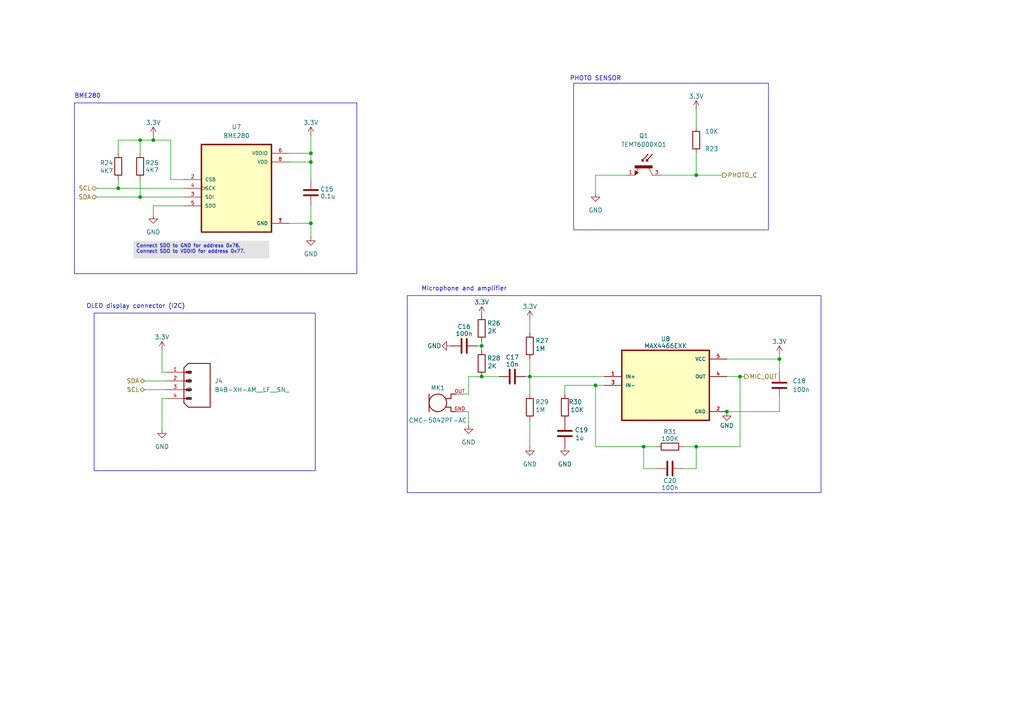
<source format=kicad_sch>
(kicad_sch
	(version 20231120)
	(generator "eeschema")
	(generator_version "8.0")
	(uuid "490a4169-5176-49ae-a83e-aaee45074fe4")
	(paper "A4")
	(lib_symbols
		(symbol "B4B-XH-AM__LF__SN_:B4B-XH-AM__LF__SN_"
			(pin_names
				(offset 1.016)
			)
			(exclude_from_sim no)
			(in_bom yes)
			(on_board yes)
			(property "Reference" "J"
				(at 0 6.35 0)
				(effects
					(font
						(size 1.27 1.27)
					)
					(justify left bottom)
				)
			)
			(property "Value" "B4B-XH-AM__LF__SN_"
				(at 0 -10.16 0)
				(effects
					(font
						(size 1.27 1.27)
					)
					(justify left bottom)
				)
			)
			(property "Footprint" "B4B-XH-AM__LF__SN_:JST_B4B-XH-AM__LF__SN_"
				(at 0 0 0)
				(effects
					(font
						(size 1.27 1.27)
					)
					(justify bottom)
					(hide yes)
				)
			)
			(property "Datasheet" ""
				(at 0 0 0)
				(effects
					(font
						(size 1.27 1.27)
					)
					(hide yes)
				)
			)
			(property "Description" ""
				(at 0 0 0)
				(effects
					(font
						(size 1.27 1.27)
					)
					(hide yes)
				)
			)
			(property "DigiKey_Part_Number" ""
				(at 0 0 0)
				(effects
					(font
						(size 1.27 1.27)
					)
					(justify bottom)
					(hide yes)
				)
			)
			(property "SnapEDA_Link" "https://www.snapeda.com/parts/B4B-XH-AM%20(LF)(SN)/JST/view-part/?ref=snap"
				(at 0 0 0)
				(effects
					(font
						(size 1.27 1.27)
					)
					(justify bottom)
					(hide yes)
				)
			)
			(property "MAXIMUM_PACKAGE_HEIGHT" "7mm"
				(at 0 0 0)
				(effects
					(font
						(size 1.27 1.27)
					)
					(justify bottom)
					(hide yes)
				)
			)
			(property "Package" "None"
				(at 0 0 0)
				(effects
					(font
						(size 1.27 1.27)
					)
					(justify bottom)
					(hide yes)
				)
			)
			(property "Check_prices" "https://www.snapeda.com/parts/B4B-XH-AM%20(LF)(SN)/JST/view-part/?ref=eda"
				(at 0 0 0)
				(effects
					(font
						(size 1.27 1.27)
					)
					(justify bottom)
					(hide yes)
				)
			)
			(property "STANDARD" "Manufacturer Recommendations"
				(at 0 0 0)
				(effects
					(font
						(size 1.27 1.27)
					)
					(justify bottom)
					(hide yes)
				)
			)
			(property "PARTREV" "N/A"
				(at 0 0 0)
				(effects
					(font
						(size 1.27 1.27)
					)
					(justify bottom)
					(hide yes)
				)
			)
			(property "MF" "JST Corporation"
				(at 0 0 0)
				(effects
					(font
						(size 1.27 1.27)
					)
					(justify bottom)
					(hide yes)
				)
			)
			(property "MP" "B4B-XH-AM (LF)(SN)"
				(at 0 0 0)
				(effects
					(font
						(size 1.27 1.27)
					)
					(justify bottom)
					(hide yes)
				)
			)
			(property "Description_1" "\n                        \n                            Conn Shrouded Header HDR 4 POS 2.5mm Solder ST Top Entry Thru-Hole Box\n                        \n"
				(at 0 0 0)
				(effects
					(font
						(size 1.27 1.27)
					)
					(justify bottom)
					(hide yes)
				)
			)
			(property "MANUFACTURER" "JST"
				(at 0 0 0)
				(effects
					(font
						(size 1.27 1.27)
					)
					(justify bottom)
					(hide yes)
				)
			)
			(property "SNAPEDA_PN" "B4B-XH-AM (LF)(SN)"
				(at 0 0 0)
				(effects
					(font
						(size 1.27 1.27)
					)
					(justify bottom)
					(hide yes)
				)
			)
			(symbol "B4B-XH-AM__LF__SN__0_0"
				(polyline
					(pts
						(xy 0 -6.35) (xy 1.27 -7.62)
					)
					(stroke
						(width 0.254)
						(type default)
					)
					(fill
						(type none)
					)
				)
				(polyline
					(pts
						(xy 0 -5.08) (xy 1.905 -5.08)
					)
					(stroke
						(width 0.254)
						(type default)
					)
					(fill
						(type none)
					)
				)
				(polyline
					(pts
						(xy 0 -2.54) (xy 1.905 -2.54)
					)
					(stroke
						(width 0.254)
						(type default)
					)
					(fill
						(type none)
					)
				)
				(polyline
					(pts
						(xy 0 0) (xy 1.905 0)
					)
					(stroke
						(width 0.254)
						(type default)
					)
					(fill
						(type none)
					)
				)
				(polyline
					(pts
						(xy 0 2.54) (xy 0 -6.35)
					)
					(stroke
						(width 0.254)
						(type default)
					)
					(fill
						(type none)
					)
				)
				(polyline
					(pts
						(xy 0 2.54) (xy 1.905 2.54)
					)
					(stroke
						(width 0.254)
						(type default)
					)
					(fill
						(type none)
					)
				)
				(polyline
					(pts
						(xy 0 3.81) (xy 0 2.54)
					)
					(stroke
						(width 0.254)
						(type default)
					)
					(fill
						(type none)
					)
				)
				(polyline
					(pts
						(xy 0 3.81) (xy 1.27 5.08)
					)
					(stroke
						(width 0.254)
						(type default)
					)
					(fill
						(type none)
					)
				)
				(polyline
					(pts
						(xy 1.27 -7.62) (xy 7.62 -7.62)
					)
					(stroke
						(width 0.254)
						(type default)
					)
					(fill
						(type none)
					)
				)
				(polyline
					(pts
						(xy 7.62 -7.62) (xy 7.62 5.08)
					)
					(stroke
						(width 0.254)
						(type default)
					)
					(fill
						(type none)
					)
				)
				(polyline
					(pts
						(xy 7.62 5.08) (xy 1.27 5.08)
					)
					(stroke
						(width 0.254)
						(type default)
					)
					(fill
						(type none)
					)
				)
				(rectangle
					(start 0.635 -5.3975)
					(end 2.2225 -4.7625)
					(stroke
						(width 0.1)
						(type default)
					)
					(fill
						(type outline)
					)
				)
				(rectangle
					(start 0.635 -2.8575)
					(end 2.2225 -2.2225)
					(stroke
						(width 0.1)
						(type default)
					)
					(fill
						(type outline)
					)
				)
				(rectangle
					(start 0.635 -0.3175)
					(end 2.2225 0.3175)
					(stroke
						(width 0.1)
						(type default)
					)
					(fill
						(type outline)
					)
				)
				(rectangle
					(start 0.635 2.2225)
					(end 2.2225 2.8575)
					(stroke
						(width 0.1)
						(type default)
					)
					(fill
						(type outline)
					)
				)
				(pin passive line
					(at -5.08 2.54 0)
					(length 5.08)
					(name "1"
						(effects
							(font
								(size 1.016 1.016)
							)
						)
					)
					(number "1"
						(effects
							(font
								(size 1.016 1.016)
							)
						)
					)
				)
				(pin passive line
					(at -5.08 0 0)
					(length 5.08)
					(name "2"
						(effects
							(font
								(size 1.016 1.016)
							)
						)
					)
					(number "2"
						(effects
							(font
								(size 1.016 1.016)
							)
						)
					)
				)
				(pin passive line
					(at -5.08 -2.54 0)
					(length 5.08)
					(name "3"
						(effects
							(font
								(size 1.016 1.016)
							)
						)
					)
					(number "3"
						(effects
							(font
								(size 1.016 1.016)
							)
						)
					)
				)
				(pin passive line
					(at -5.08 -5.08 0)
					(length 5.08)
					(name "4"
						(effects
							(font
								(size 1.016 1.016)
							)
						)
					)
					(number "4"
						(effects
							(font
								(size 1.016 1.016)
							)
						)
					)
				)
			)
		)
		(symbol "BME280_1"
			(pin_names
				(offset 1.016)
			)
			(exclude_from_sim no)
			(in_bom yes)
			(on_board yes)
			(property "Reference" "U"
				(at -10.1662 13.3431 0)
				(effects
					(font
						(size 1.27 1.27)
					)
					(justify left bottom)
				)
			)
			(property "Value" "BME280"
				(at -10.1683 -15.2524 0)
				(effects
					(font
						(size 1.27 1.27)
					)
					(justify left bottom)
				)
			)
			(property "Footprint" "BME280:PSON65P250X250X100-8N"
				(at 0 0 0)
				(effects
					(font
						(size 1.27 1.27)
					)
					(justify bottom)
					(hide yes)
				)
			)
			(property "Datasheet" ""
				(at 0 0 0)
				(effects
					(font
						(size 1.27 1.27)
					)
					(hide yes)
				)
			)
			(property "Description" ""
				(at 0 0 0)
				(effects
					(font
						(size 1.27 1.27)
					)
					(hide yes)
				)
			)
			(property "MF" "Bosch"
				(at 0 0 0)
				(effects
					(font
						(size 1.27 1.27)
					)
					(justify bottom)
					(hide yes)
				)
			)
			(property "DESCRIPTION" "Integrated pressure, humidity and temperature sensor; 8-pin 2.5x2.5x0.93mm LGA"
				(at 0 0 0)
				(effects
					(font
						(size 1.27 1.27)
					)
					(justify bottom)
					(hide yes)
				)
			)
			(property "PACKAGE" "LGA-8 Bosch"
				(at 0 0 0)
				(effects
					(font
						(size 1.27 1.27)
					)
					(justify bottom)
					(hide yes)
				)
			)
			(property "PRICE" "4.94 USD"
				(at 0 0 0)
				(effects
					(font
						(size 1.27 1.27)
					)
					(justify bottom)
					(hide yes)
				)
			)
			(property "Package" "LGA-8 Bosch"
				(at 0 0 0)
				(effects
					(font
						(size 1.27 1.27)
					)
					(justify bottom)
					(hide yes)
				)
			)
			(property "Check_prices" "https://www.snapeda.com/parts/BME280/Bosch+Sensortec/view-part/?ref=eda"
				(at 0 0 0)
				(effects
					(font
						(size 1.27 1.27)
					)
					(justify bottom)
					(hide yes)
				)
			)
			(property "STANDARD" "IPC-7351B"
				(at 0 0 0)
				(effects
					(font
						(size 1.27 1.27)
					)
					(justify bottom)
					(hide yes)
				)
			)
			(property "SnapEDA_Link" "https://www.snapeda.com/parts/BME280/Bosch+Sensortec/view-part/?ref=snap"
				(at 0 0 0)
				(effects
					(font
						(size 1.27 1.27)
					)
					(justify bottom)
					(hide yes)
				)
			)
			(property "MP" "BME280"
				(at 0 0 0)
				(effects
					(font
						(size 1.27 1.27)
					)
					(justify bottom)
					(hide yes)
				)
			)
			(property "Price" "None"
				(at 0 0 0)
				(effects
					(font
						(size 1.27 1.27)
					)
					(justify bottom)
					(hide yes)
				)
			)
			(property "Availability" "In Stock"
				(at 0 0 0)
				(effects
					(font
						(size 1.27 1.27)
					)
					(justify bottom)
					(hide yes)
				)
			)
			(property "AVAILABILITY" "Good"
				(at 0 0 0)
				(effects
					(font
						(size 1.27 1.27)
					)
					(justify bottom)
					(hide yes)
				)
			)
			(property "Description_1" "\n                        \n                            Board Mount Humidity Sensors MEMS humidity, pressure and temperature sensor\n                        \n"
				(at 0 0 0)
				(effects
					(font
						(size 1.27 1.27)
					)
					(justify bottom)
					(hide yes)
				)
			)
			(symbol "BME280_1_0_0"
				(rectangle
					(start -10.16 -12.7)
					(end 10.16 12.7)
					(stroke
						(width 0.4064)
						(type default)
					)
					(fill
						(type background)
					)
				)
				(pin power_in line
					(at 15.24 -10.16 180)
					(length 5.08)
					(name "GND"
						(effects
							(font
								(size 1.016 1.016)
							)
						)
					)
					(number "1"
						(effects
							(font
								(size 1.016 1.016)
							)
						)
					)
				)
				(pin input line
					(at -15.24 2.54 0)
					(length 5.08)
					(name "CSB"
						(effects
							(font
								(size 1.016 1.016)
							)
						)
					)
					(number "2"
						(effects
							(font
								(size 1.016 1.016)
							)
						)
					)
				)
				(pin bidirectional line
					(at -15.24 -2.54 0)
					(length 5.08)
					(name "SDI"
						(effects
							(font
								(size 1.016 1.016)
							)
						)
					)
					(number "3"
						(effects
							(font
								(size 1.016 1.016)
							)
						)
					)
				)
				(pin input clock
					(at -15.24 0 0)
					(length 5.08)
					(name "SCK"
						(effects
							(font
								(size 1.016 1.016)
							)
						)
					)
					(number "4"
						(effects
							(font
								(size 1.016 1.016)
							)
						)
					)
				)
				(pin bidirectional line
					(at -15.24 -5.08 0)
					(length 5.08)
					(name "SDO"
						(effects
							(font
								(size 1.016 1.016)
							)
						)
					)
					(number "5"
						(effects
							(font
								(size 1.016 1.016)
							)
						)
					)
				)
				(pin power_in line
					(at 15.24 10.16 180)
					(length 5.08)
					(name "VDDIO"
						(effects
							(font
								(size 1.016 1.016)
							)
						)
					)
					(number "6"
						(effects
							(font
								(size 1.016 1.016)
							)
						)
					)
				)
				(pin power_in line
					(at 15.24 -10.16 180)
					(length 5.08)
					(name "GND"
						(effects
							(font
								(size 1.016 1.016)
							)
						)
					)
					(number "7"
						(effects
							(font
								(size 1.016 1.016)
							)
						)
					)
				)
				(pin power_in line
					(at 15.24 7.62 180)
					(length 5.08)
					(name "VDD"
						(effects
							(font
								(size 1.016 1.016)
							)
						)
					)
					(number "8"
						(effects
							(font
								(size 1.016 1.016)
							)
						)
					)
				)
			)
		)
		(symbol "CMC-5042PF-AC:CMC-5042PF-AC"
			(pin_names
				(offset 1.016)
			)
			(exclude_from_sim no)
			(in_bom yes)
			(on_board yes)
			(property "Reference" "MK"
				(at -2.5424 5.0848 0)
				(effects
					(font
						(size 1.27 1.27)
					)
					(justify left bottom)
				)
			)
			(property "Value" "CMC-5042PF-AC"
				(at -2.5442 -6.3606 0)
				(effects
					(font
						(size 1.27 1.27)
					)
					(justify left bottom)
				)
			)
			(property "Footprint" "CMC-5042PF-AC:CUI_CMC-5042PF-AC"
				(at 0 0 0)
				(effects
					(font
						(size 1.27 1.27)
					)
					(justify bottom)
					(hide yes)
				)
			)
			(property "Datasheet" ""
				(at 0 0 0)
				(effects
					(font
						(size 1.27 1.27)
					)
					(hide yes)
				)
			)
			(property "Description" ""
				(at 0 0 0)
				(effects
					(font
						(size 1.27 1.27)
					)
					(hide yes)
				)
			)
			(property "MF" "Same Sky"
				(at 0 0 0)
				(effects
					(font
						(size 1.27 1.27)
					)
					(justify bottom)
					(hide yes)
				)
			)
			(property "Description_1" "\n                        \n                            6.0 mm, Omnidirectional, PCB Mount, 2.0 Vdc, Electret Condenser Microphone\n                        \n"
				(at 0 0 0)
				(effects
					(font
						(size 1.27 1.27)
					)
					(justify bottom)
					(hide yes)
				)
			)
			(property "Package" "None"
				(at 0 0 0)
				(effects
					(font
						(size 1.27 1.27)
					)
					(justify bottom)
					(hide yes)
				)
			)
			(property "Price" "None"
				(at 0 0 0)
				(effects
					(font
						(size 1.27 1.27)
					)
					(justify bottom)
					(hide yes)
				)
			)
			(property "Check_prices" "https://www.snapeda.com/parts/CMC-5042PF-AC/Same+Sky/view-part/?ref=eda"
				(at 0 0 0)
				(effects
					(font
						(size 1.27 1.27)
					)
					(justify bottom)
					(hide yes)
				)
			)
			(property "STANDARD" "Manufacturer recommendations"
				(at 0 0 0)
				(effects
					(font
						(size 1.27 1.27)
					)
					(justify bottom)
					(hide yes)
				)
			)
			(property "SnapEDA_Link" "https://www.snapeda.com/parts/CMC-5042PF-AC/Same+Sky/view-part/?ref=snap"
				(at 0 0 0)
				(effects
					(font
						(size 1.27 1.27)
					)
					(justify bottom)
					(hide yes)
				)
			)
			(property "MP" "CMC-5042PF-AC"
				(at 0 0 0)
				(effects
					(font
						(size 1.27 1.27)
					)
					(justify bottom)
					(hide yes)
				)
			)
			(property "Availability" "In Stock"
				(at 0 0 0)
				(effects
					(font
						(size 1.27 1.27)
					)
					(justify bottom)
					(hide yes)
				)
			)
			(property "MANUFACTURER" "CUI INC"
				(at 0 0 0)
				(effects
					(font
						(size 1.27 1.27)
					)
					(justify bottom)
					(hide yes)
				)
			)
			(symbol "CMC-5042PF-AC_0_0"
				(polyline
					(pts
						(xy -2.54 2.54) (xy -2.54 -2.54)
					)
					(stroke
						(width 0.254)
						(type default)
					)
					(fill
						(type none)
					)
				)
				(polyline
					(pts
						(xy 3.81 -2.54) (xy 3.81 -1.27)
					)
					(stroke
						(width 0.254)
						(type default)
					)
					(fill
						(type none)
					)
				)
				(polyline
					(pts
						(xy 3.81 -1.27) (xy 2.2352 -1.27)
					)
					(stroke
						(width 0.254)
						(type default)
					)
					(fill
						(type none)
					)
				)
				(polyline
					(pts
						(xy 3.81 1.27) (xy 2.2352 1.27)
					)
					(stroke
						(width 0.254)
						(type default)
					)
					(fill
						(type none)
					)
				)
				(polyline
					(pts
						(xy 3.81 2.54) (xy 3.81 1.27)
					)
					(stroke
						(width 0.254)
						(type default)
					)
					(fill
						(type none)
					)
				)
				(polyline
					(pts
						(xy 5.08 -2.54) (xy 3.81 -2.54)
					)
					(stroke
						(width 0.254)
						(type default)
					)
					(fill
						(type none)
					)
				)
				(polyline
					(pts
						(xy 5.08 2.54) (xy 3.81 2.54)
					)
					(stroke
						(width 0.254)
						(type default)
					)
					(fill
						(type none)
					)
				)
				(circle
					(center 0 0)
					(radius 2.54)
					(stroke
						(width 0.254)
						(type default)
					)
					(fill
						(type none)
					)
				)
				(pin power_in line
					(at 7.62 -2.54 180)
					(length 2.54)
					(name "~"
						(effects
							(font
								(size 1.016 1.016)
							)
						)
					)
					(number "GND"
						(effects
							(font
								(size 1.016 1.016)
							)
						)
					)
				)
				(pin output line
					(at 7.62 2.54 180)
					(length 2.54)
					(name "~"
						(effects
							(font
								(size 1.016 1.016)
							)
						)
					)
					(number "OUT"
						(effects
							(font
								(size 1.016 1.016)
							)
						)
					)
				)
			)
		)
		(symbol "Device:C"
			(pin_numbers hide)
			(pin_names
				(offset 0.254)
			)
			(exclude_from_sim no)
			(in_bom yes)
			(on_board yes)
			(property "Reference" "C"
				(at 0.635 2.54 0)
				(effects
					(font
						(size 1.27 1.27)
					)
					(justify left)
				)
			)
			(property "Value" "C"
				(at 0.635 -2.54 0)
				(effects
					(font
						(size 1.27 1.27)
					)
					(justify left)
				)
			)
			(property "Footprint" ""
				(at 0.9652 -3.81 0)
				(effects
					(font
						(size 1.27 1.27)
					)
					(hide yes)
				)
			)
			(property "Datasheet" "~"
				(at 0 0 0)
				(effects
					(font
						(size 1.27 1.27)
					)
					(hide yes)
				)
			)
			(property "Description" "Unpolarized capacitor"
				(at 0 0 0)
				(effects
					(font
						(size 1.27 1.27)
					)
					(hide yes)
				)
			)
			(property "ki_keywords" "cap capacitor"
				(at 0 0 0)
				(effects
					(font
						(size 1.27 1.27)
					)
					(hide yes)
				)
			)
			(property "ki_fp_filters" "C_*"
				(at 0 0 0)
				(effects
					(font
						(size 1.27 1.27)
					)
					(hide yes)
				)
			)
			(symbol "C_0_1"
				(polyline
					(pts
						(xy -2.032 -0.762) (xy 2.032 -0.762)
					)
					(stroke
						(width 0.508)
						(type default)
					)
					(fill
						(type none)
					)
				)
				(polyline
					(pts
						(xy -2.032 0.762) (xy 2.032 0.762)
					)
					(stroke
						(width 0.508)
						(type default)
					)
					(fill
						(type none)
					)
				)
			)
			(symbol "C_1_1"
				(pin passive line
					(at 0 3.81 270)
					(length 2.794)
					(name "~"
						(effects
							(font
								(size 1.27 1.27)
							)
						)
					)
					(number "1"
						(effects
							(font
								(size 1.27 1.27)
							)
						)
					)
				)
				(pin passive line
					(at 0 -3.81 90)
					(length 2.794)
					(name "~"
						(effects
							(font
								(size 1.27 1.27)
							)
						)
					)
					(number "2"
						(effects
							(font
								(size 1.27 1.27)
							)
						)
					)
				)
			)
		)
		(symbol "Device:R"
			(pin_numbers hide)
			(pin_names
				(offset 0)
			)
			(exclude_from_sim no)
			(in_bom yes)
			(on_board yes)
			(property "Reference" "R"
				(at 2.032 0 90)
				(effects
					(font
						(size 1.27 1.27)
					)
				)
			)
			(property "Value" "R"
				(at 0 0 90)
				(effects
					(font
						(size 1.27 1.27)
					)
				)
			)
			(property "Footprint" ""
				(at -1.778 0 90)
				(effects
					(font
						(size 1.27 1.27)
					)
					(hide yes)
				)
			)
			(property "Datasheet" "~"
				(at 0 0 0)
				(effects
					(font
						(size 1.27 1.27)
					)
					(hide yes)
				)
			)
			(property "Description" "Resistor"
				(at 0 0 0)
				(effects
					(font
						(size 1.27 1.27)
					)
					(hide yes)
				)
			)
			(property "ki_keywords" "R res resistor"
				(at 0 0 0)
				(effects
					(font
						(size 1.27 1.27)
					)
					(hide yes)
				)
			)
			(property "ki_fp_filters" "R_*"
				(at 0 0 0)
				(effects
					(font
						(size 1.27 1.27)
					)
					(hide yes)
				)
			)
			(symbol "R_0_1"
				(rectangle
					(start -1.016 -2.54)
					(end 1.016 2.54)
					(stroke
						(width 0.254)
						(type default)
					)
					(fill
						(type none)
					)
				)
			)
			(symbol "R_1_1"
				(pin passive line
					(at 0 3.81 270)
					(length 1.27)
					(name "~"
						(effects
							(font
								(size 1.27 1.27)
							)
						)
					)
					(number "1"
						(effects
							(font
								(size 1.27 1.27)
							)
						)
					)
				)
				(pin passive line
					(at 0 -3.81 90)
					(length 1.27)
					(name "~"
						(effects
							(font
								(size 1.27 1.27)
							)
						)
					)
					(number "2"
						(effects
							(font
								(size 1.27 1.27)
							)
						)
					)
				)
			)
		)
		(symbol "GND_1"
			(power)
			(pin_numbers hide)
			(pin_names
				(offset 0) hide)
			(exclude_from_sim no)
			(in_bom yes)
			(on_board yes)
			(property "Reference" "#PWR"
				(at 0 -6.35 0)
				(effects
					(font
						(size 1.27 1.27)
					)
					(hide yes)
				)
			)
			(property "Value" "GND"
				(at 0 -3.81 0)
				(effects
					(font
						(size 1.27 1.27)
					)
				)
			)
			(property "Footprint" ""
				(at 0 0 0)
				(effects
					(font
						(size 1.27 1.27)
					)
					(hide yes)
				)
			)
			(property "Datasheet" ""
				(at 0 0 0)
				(effects
					(font
						(size 1.27 1.27)
					)
					(hide yes)
				)
			)
			(property "Description" "Power symbol creates a global label with name \"GND\" , ground"
				(at 0 0 0)
				(effects
					(font
						(size 1.27 1.27)
					)
					(hide yes)
				)
			)
			(property "ki_keywords" "global power"
				(at 0 0 0)
				(effects
					(font
						(size 1.27 1.27)
					)
					(hide yes)
				)
			)
			(symbol "GND_1_0_1"
				(polyline
					(pts
						(xy 0 0) (xy 0 -1.27) (xy 1.27 -1.27) (xy 0 -2.54) (xy -1.27 -1.27) (xy 0 -1.27)
					)
					(stroke
						(width 0)
						(type default)
					)
					(fill
						(type none)
					)
				)
			)
			(symbol "GND_1_1_1"
				(pin power_in line
					(at 0 0 270)
					(length 0)
					(name "~"
						(effects
							(font
								(size 1.27 1.27)
							)
						)
					)
					(number "1"
						(effects
							(font
								(size 1.27 1.27)
							)
						)
					)
				)
			)
		)
		(symbol "GND_2"
			(power)
			(pin_numbers hide)
			(pin_names
				(offset 0) hide)
			(exclude_from_sim no)
			(in_bom yes)
			(on_board yes)
			(property "Reference" "#PWR"
				(at 0 -6.35 0)
				(effects
					(font
						(size 1.27 1.27)
					)
					(hide yes)
				)
			)
			(property "Value" "GND"
				(at 0 -3.81 0)
				(effects
					(font
						(size 1.27 1.27)
					)
				)
			)
			(property "Footprint" ""
				(at 0 0 0)
				(effects
					(font
						(size 1.27 1.27)
					)
					(hide yes)
				)
			)
			(property "Datasheet" ""
				(at 0 0 0)
				(effects
					(font
						(size 1.27 1.27)
					)
					(hide yes)
				)
			)
			(property "Description" "Power symbol creates a global label with name \"GND\" , ground"
				(at 0 0 0)
				(effects
					(font
						(size 1.27 1.27)
					)
					(hide yes)
				)
			)
			(property "ki_keywords" "global power"
				(at 0 0 0)
				(effects
					(font
						(size 1.27 1.27)
					)
					(hide yes)
				)
			)
			(symbol "GND_2_0_1"
				(polyline
					(pts
						(xy 0 0) (xy 0 -1.27) (xy 1.27 -1.27) (xy 0 -2.54) (xy -1.27 -1.27) (xy 0 -1.27)
					)
					(stroke
						(width 0)
						(type default)
					)
					(fill
						(type none)
					)
				)
			)
			(symbol "GND_2_1_1"
				(pin power_in line
					(at 0 0 270)
					(length 0)
					(name "~"
						(effects
							(font
								(size 1.27 1.27)
							)
						)
					)
					(number "1"
						(effects
							(font
								(size 1.27 1.27)
							)
						)
					)
				)
			)
		)
		(symbol "MAX4466EXK:MAX4466EXK"
			(pin_names
				(offset 1.016)
			)
			(exclude_from_sim no)
			(in_bom yes)
			(on_board yes)
			(property "Reference" "U"
				(at -12.7 11.16 0)
				(effects
					(font
						(size 1.27 1.27)
					)
					(justify left bottom)
				)
			)
			(property "Value" "MAX4466EXK"
				(at -12.7 -14.16 0)
				(effects
					(font
						(size 1.27 1.27)
					)
					(justify left bottom)
				)
			)
			(property "Footprint" "MAX4466EXK:SOT65P210X110-5N"
				(at 0 0 0)
				(effects
					(font
						(size 1.27 1.27)
					)
					(justify bottom)
					(hide yes)
				)
			)
			(property "Datasheet" ""
				(at 0 0 0)
				(effects
					(font
						(size 1.27 1.27)
					)
					(hide yes)
				)
			)
			(property "Description" ""
				(at 0 0 0)
				(effects
					(font
						(size 1.27 1.27)
					)
					(hide yes)
				)
			)
			(property "MF" "Analog Devices"
				(at 0 0 0)
				(effects
					(font
						(size 1.27 1.27)
					)
					(justify bottom)
					(hide yes)
				)
			)
			(property "Description_1" "\n                        \n                            Amplifier IC 1-Channel (Mono) Class AB SC-70-5\n                        \n"
				(at 0 0 0)
				(effects
					(font
						(size 1.27 1.27)
					)
					(justify bottom)
					(hide yes)
				)
			)
			(property "Package" "SC-70-5 Maxim"
				(at 0 0 0)
				(effects
					(font
						(size 1.27 1.27)
					)
					(justify bottom)
					(hide yes)
				)
			)
			(property "Price" "None"
				(at 0 0 0)
				(effects
					(font
						(size 1.27 1.27)
					)
					(justify bottom)
					(hide yes)
				)
			)
			(property "SnapEDA_Link" "https://www.snapeda.com/parts/MAX4466EXK/Analog+Devices/view-part/?ref=snap"
				(at 0 0 0)
				(effects
					(font
						(size 1.27 1.27)
					)
					(justify bottom)
					(hide yes)
				)
			)
			(property "MP" "MAX4466EXK"
				(at 0 0 0)
				(effects
					(font
						(size 1.27 1.27)
					)
					(justify bottom)
					(hide yes)
				)
			)
			(property "Availability" "In Stock"
				(at 0 0 0)
				(effects
					(font
						(size 1.27 1.27)
					)
					(justify bottom)
					(hide yes)
				)
			)
			(property "Check_prices" "https://www.snapeda.com/parts/MAX4466EXK/Analog+Devices/view-part/?ref=eda"
				(at 0 0 0)
				(effects
					(font
						(size 1.27 1.27)
					)
					(justify bottom)
					(hide yes)
				)
			)
			(symbol "MAX4466EXK_0_0"
				(rectangle
					(start -12.7 -10.16)
					(end 12.7 10.16)
					(stroke
						(width 0.41)
						(type default)
					)
					(fill
						(type background)
					)
				)
				(pin input line
					(at -17.78 2.54 0)
					(length 5.08)
					(name "IN+"
						(effects
							(font
								(size 1.016 1.016)
							)
						)
					)
					(number "1"
						(effects
							(font
								(size 1.016 1.016)
							)
						)
					)
				)
				(pin power_in line
					(at 17.78 -7.62 180)
					(length 5.08)
					(name "GND"
						(effects
							(font
								(size 1.016 1.016)
							)
						)
					)
					(number "2"
						(effects
							(font
								(size 1.016 1.016)
							)
						)
					)
				)
				(pin input line
					(at -17.78 0 0)
					(length 5.08)
					(name "IN-"
						(effects
							(font
								(size 1.016 1.016)
							)
						)
					)
					(number "3"
						(effects
							(font
								(size 1.016 1.016)
							)
						)
					)
				)
				(pin output line
					(at 17.78 2.54 180)
					(length 5.08)
					(name "OUT"
						(effects
							(font
								(size 1.016 1.016)
							)
						)
					)
					(number "4"
						(effects
							(font
								(size 1.016 1.016)
							)
						)
					)
				)
				(pin power_in line
					(at 17.78 7.62 180)
					(length 5.08)
					(name "VCC"
						(effects
							(font
								(size 1.016 1.016)
							)
						)
					)
					(number "5"
						(effects
							(font
								(size 1.016 1.016)
							)
						)
					)
				)
			)
		)
		(symbol "SparkFun-Capacitor:C"
			(pin_numbers hide)
			(pin_names
				(offset 0.254)
			)
			(exclude_from_sim no)
			(in_bom yes)
			(on_board yes)
			(property "Reference" "C"
				(at 0.635 2.54 0)
				(effects
					(font
						(size 1.27 1.27)
					)
					(justify left)
				)
			)
			(property "Value" "C"
				(at 0.635 -2.54 0)
				(effects
					(font
						(size 1.27 1.27)
					)
					(justify left)
				)
			)
			(property "Footprint" "SparkFun-Capacitor:C_0603_1608Metric"
				(at 0.9652 -11.43 0)
				(effects
					(font
						(size 1.27 1.27)
					)
					(hide yes)
				)
			)
			(property "Datasheet" "https://cdn.sparkfun.com/assets/8/a/4/a/5/Kemet_Capacitor_Datasheet.pdf"
				(at 1.27 -16.51 0)
				(effects
					(font
						(size 1.27 1.27)
					)
					(hide yes)
				)
			)
			(property "Description" "Unpolarized capacitor"
				(at 0 0 0)
				(effects
					(font
						(size 1.27 1.27)
					)
					(hide yes)
				)
			)
			(property "PROD_ID" "CAP-00000"
				(at 0 -13.97 0)
				(effects
					(font
						(size 1.27 1.27)
					)
					(hide yes)
				)
			)
			(property "Voltage" "1kV"
				(at 0 -6.35 0)
				(effects
					(font
						(size 1.27 1.27)
					)
				)
			)
			(property "Tolerance" "100%"
				(at 0 -8.89 0)
				(effects
					(font
						(size 1.27 1.27)
					)
				)
			)
			(property "ki_keywords" "cap capacitor"
				(at 0 0 0)
				(effects
					(font
						(size 1.27 1.27)
					)
					(hide yes)
				)
			)
			(property "ki_fp_filters" "C_*"
				(at 0 0 0)
				(effects
					(font
						(size 1.27 1.27)
					)
					(hide yes)
				)
			)
			(symbol "C_0_1"
				(polyline
					(pts
						(xy -2.032 -0.762) (xy 2.032 -0.762)
					)
					(stroke
						(width 0.508)
						(type default)
					)
					(fill
						(type none)
					)
				)
				(polyline
					(pts
						(xy -2.032 0.762) (xy 2.032 0.762)
					)
					(stroke
						(width 0.508)
						(type default)
					)
					(fill
						(type none)
					)
				)
			)
			(symbol "C_1_1"
				(pin passive line
					(at 0 3.81 270)
					(length 2.794)
					(name "~"
						(effects
							(font
								(size 1.27 1.27)
							)
						)
					)
					(number "1"
						(effects
							(font
								(size 1.27 1.27)
							)
						)
					)
				)
				(pin passive line
					(at 0 -3.81 90)
					(length 2.794)
					(name "~"
						(effects
							(font
								(size 1.27 1.27)
							)
						)
					)
					(number "2"
						(effects
							(font
								(size 1.27 1.27)
							)
						)
					)
				)
			)
		)
		(symbol "SparkFun-PowerSymbol:3.3V"
			(power)
			(pin_names
				(offset 0)
			)
			(exclude_from_sim no)
			(in_bom yes)
			(on_board yes)
			(property "Reference" "#PWR"
				(at 0 -3.81 0)
				(effects
					(font
						(size 1.27 1.27)
					)
					(hide yes)
				)
			)
			(property "Value" "3.3V"
				(at 0 3.81 0)
				(do_not_autoplace)
				(effects
					(font
						(size 1.27 1.27)
					)
				)
			)
			(property "Footprint" ""
				(at 0 0 0)
				(effects
					(font
						(size 1.27 1.27)
					)
					(hide yes)
				)
			)
			(property "Datasheet" ""
				(at 0 0 0)
				(effects
					(font
						(size 1.27 1.27)
					)
					(hide yes)
				)
			)
			(property "Description" "Power symbol creates a global label with name \"3.3V\""
				(at 0 0 0)
				(effects
					(font
						(size 1.27 1.27)
					)
					(hide yes)
				)
			)
			(property "ki_keywords" "global power"
				(at 0 0 0)
				(effects
					(font
						(size 1.27 1.27)
					)
					(hide yes)
				)
			)
			(symbol "3.3V_0_1"
				(polyline
					(pts
						(xy -0.762 1.27) (xy 0 2.54)
					)
					(stroke
						(width 0)
						(type default)
					)
					(fill
						(type none)
					)
				)
				(polyline
					(pts
						(xy 0 0) (xy 0 2.54)
					)
					(stroke
						(width 0)
						(type default)
					)
					(fill
						(type none)
					)
				)
				(polyline
					(pts
						(xy 0 2.54) (xy 0.762 1.27)
					)
					(stroke
						(width 0)
						(type default)
					)
					(fill
						(type none)
					)
				)
			)
			(symbol "3.3V_1_1"
				(pin power_in line
					(at 0 0 90)
					(length 0) hide
					(name "3.3V"
						(effects
							(font
								(size 1.27 1.27)
							)
						)
					)
					(number "1"
						(effects
							(font
								(size 1.27 1.27)
							)
						)
					)
				)
			)
		)
		(symbol "TEMT6000X01:TEMT6000X01"
			(pin_names
				(offset 1.016)
			)
			(exclude_from_sim no)
			(in_bom yes)
			(on_board yes)
			(property "Reference" "Q"
				(at 5.0999 0 0)
				(effects
					(font
						(size 1.27 1.27)
					)
					(justify left bottom)
				)
			)
			(property "Value" "TEMT6000X01"
				(at 5.0887 -2.5444 0)
				(effects
					(font
						(size 1.27 1.27)
					)
					(justify left bottom)
				)
			)
			(property "Footprint" "TEMT6000X01:TRANS_TEMT6000X01"
				(at 0 0 0)
				(effects
					(font
						(size 1.27 1.27)
					)
					(justify bottom)
					(hide yes)
				)
			)
			(property "Datasheet" ""
				(at 0 0 0)
				(effects
					(font
						(size 1.27 1.27)
					)
					(hide yes)
				)
			)
			(property "Description" ""
				(at 0 0 0)
				(effects
					(font
						(size 1.27 1.27)
					)
					(hide yes)
				)
			)
			(property "MF" "Vishay Semiconductor"
				(at 0 0 0)
				(effects
					(font
						(size 1.27 1.27)
					)
					(justify bottom)
					(hide yes)
				)
			)
			(property "Description_1" "\n                        \n                            Phototransistors 570nm Top View 1206 (3216 Metric)\n                        \n"
				(at 0 0 0)
				(effects
					(font
						(size 1.27 1.27)
					)
					(justify bottom)
					(hide yes)
				)
			)
			(property "Package" "1206 Vishay"
				(at 0 0 0)
				(effects
					(font
						(size 1.27 1.27)
					)
					(justify bottom)
					(hide yes)
				)
			)
			(property "Price" "None"
				(at 0 0 0)
				(effects
					(font
						(size 1.27 1.27)
					)
					(justify bottom)
					(hide yes)
				)
			)
			(property "Check_prices" "https://www.snapeda.com/parts/TEMT6000X01/Vishay+Semiconductor+Opto+Division/view-part/?ref=eda"
				(at 0 0 0)
				(effects
					(font
						(size 1.27 1.27)
					)
					(justify bottom)
					(hide yes)
				)
			)
			(property "STANDARD" "Manufacturer Recommendations"
				(at 0 0 0)
				(effects
					(font
						(size 1.27 1.27)
					)
					(justify bottom)
					(hide yes)
				)
			)
			(property "PARTREV" "1.9"
				(at 0 0 0)
				(effects
					(font
						(size 1.27 1.27)
					)
					(justify bottom)
					(hide yes)
				)
			)
			(property "SnapEDA_Link" "https://www.snapeda.com/parts/TEMT6000X01/Vishay+Semiconductor+Opto+Division/view-part/?ref=snap"
				(at 0 0 0)
				(effects
					(font
						(size 1.27 1.27)
					)
					(justify bottom)
					(hide yes)
				)
			)
			(property "MP" "TEMT6000X01"
				(at 0 0 0)
				(effects
					(font
						(size 1.27 1.27)
					)
					(justify bottom)
					(hide yes)
				)
			)
			(property "Availability" "In Stock"
				(at 0 0 0)
				(effects
					(font
						(size 1.27 1.27)
					)
					(justify bottom)
					(hide yes)
				)
			)
			(property "MANUFACTURER" "VISHAY"
				(at 0 0 0)
				(effects
					(font
						(size 1.27 1.27)
					)
					(justify bottom)
					(hide yes)
				)
			)
			(symbol "TEMT6000X01_0_0"
				(rectangle
					(start -0.2547 -2.5468)
					(end 0.508 2.54)
					(stroke
						(width 0.1)
						(type default)
					)
					(fill
						(type outline)
					)
				)
				(polyline
					(pts
						(xy -3.556 1.27) (xy -1.524 -0.508)
					)
					(stroke
						(width 0.254)
						(type default)
					)
					(fill
						(type none)
					)
				)
				(polyline
					(pts
						(xy -3.556 2.54) (xy -1.524 0.762)
					)
					(stroke
						(width 0.254)
						(type default)
					)
					(fill
						(type none)
					)
				)
				(polyline
					(pts
						(xy -2.032 -0.508) (xy -1.524 0)
					)
					(stroke
						(width 0.254)
						(type default)
					)
					(fill
						(type none)
					)
				)
				(polyline
					(pts
						(xy -2.032 0.762) (xy -1.524 1.27)
					)
					(stroke
						(width 0.254)
						(type default)
					)
					(fill
						(type none)
					)
				)
				(polyline
					(pts
						(xy -1.524 -0.508) (xy -2.032 -0.508)
					)
					(stroke
						(width 0.254)
						(type default)
					)
					(fill
						(type none)
					)
				)
				(polyline
					(pts
						(xy -1.524 0) (xy -1.524 -0.508)
					)
					(stroke
						(width 0.254)
						(type default)
					)
					(fill
						(type none)
					)
				)
				(polyline
					(pts
						(xy -1.524 0.762) (xy -2.032 0.762)
					)
					(stroke
						(width 0.254)
						(type default)
					)
					(fill
						(type none)
					)
				)
				(polyline
					(pts
						(xy -1.524 1.27) (xy -1.524 0.762)
					)
					(stroke
						(width 0.254)
						(type default)
					)
					(fill
						(type none)
					)
				)
				(polyline
					(pts
						(xy 1.27 -2.54) (xy 1.778 -1.524)
					)
					(stroke
						(width 0.1524)
						(type default)
					)
					(fill
						(type none)
					)
				)
				(polyline
					(pts
						(xy 1.524 -2.413) (xy 2.286 -2.413)
					)
					(stroke
						(width 0.254)
						(type default)
					)
					(fill
						(type none)
					)
				)
				(polyline
					(pts
						(xy 1.524 -2.286) (xy 1.905 -2.286)
					)
					(stroke
						(width 0.254)
						(type default)
					)
					(fill
						(type none)
					)
				)
				(polyline
					(pts
						(xy 1.54 -2.04) (xy 0.308 -1.424)
					)
					(stroke
						(width 0.1524)
						(type default)
					)
					(fill
						(type none)
					)
				)
				(polyline
					(pts
						(xy 1.778 -1.778) (xy 1.524 -2.286)
					)
					(stroke
						(width 0.254)
						(type default)
					)
					(fill
						(type none)
					)
				)
				(polyline
					(pts
						(xy 1.778 -1.524) (xy 2.54 -2.54)
					)
					(stroke
						(width 0.1524)
						(type default)
					)
					(fill
						(type none)
					)
				)
				(polyline
					(pts
						(xy 1.905 -2.286) (xy 1.778 -2.032)
					)
					(stroke
						(width 0.254)
						(type default)
					)
					(fill
						(type none)
					)
				)
				(polyline
					(pts
						(xy 2.286 -2.413) (xy 1.778 -1.778)
					)
					(stroke
						(width 0.254)
						(type default)
					)
					(fill
						(type none)
					)
				)
				(polyline
					(pts
						(xy 2.54 -2.54) (xy 1.27 -2.54)
					)
					(stroke
						(width 0.1524)
						(type default)
					)
					(fill
						(type none)
					)
				)
				(polyline
					(pts
						(xy 2.54 2.54) (xy 0.508 1.524)
					)
					(stroke
						(width 0.1524)
						(type default)
					)
					(fill
						(type none)
					)
				)
				(pin passive line
					(at 2.54 -5.08 90)
					(length 2.54)
					(name "~"
						(effects
							(font
								(size 1.016 1.016)
							)
						)
					)
					(number "1"
						(effects
							(font
								(size 1.016 1.016)
							)
						)
					)
				)
				(pin passive line
					(at 2.54 5.08 270)
					(length 2.54)
					(name "~"
						(effects
							(font
								(size 1.016 1.016)
							)
						)
					)
					(number "3"
						(effects
							(font
								(size 1.016 1.016)
							)
						)
					)
				)
			)
		)
		(symbol "power:GND"
			(power)
			(pin_names
				(offset 0)
			)
			(exclude_from_sim no)
			(in_bom yes)
			(on_board yes)
			(property "Reference" "#PWR"
				(at 0 -6.35 0)
				(effects
					(font
						(size 1.27 1.27)
					)
					(hide yes)
				)
			)
			(property "Value" "GND"
				(at 0 -3.81 0)
				(effects
					(font
						(size 1.27 1.27)
					)
				)
			)
			(property "Footprint" ""
				(at 0 0 0)
				(effects
					(font
						(size 1.27 1.27)
					)
					(hide yes)
				)
			)
			(property "Datasheet" ""
				(at 0 0 0)
				(effects
					(font
						(size 1.27 1.27)
					)
					(hide yes)
				)
			)
			(property "Description" "Power symbol creates a global label with name \"GND\" , ground"
				(at 0 0 0)
				(effects
					(font
						(size 1.27 1.27)
					)
					(hide yes)
				)
			)
			(property "ki_keywords" "global power"
				(at 0 0 0)
				(effects
					(font
						(size 1.27 1.27)
					)
					(hide yes)
				)
			)
			(symbol "GND_0_1"
				(polyline
					(pts
						(xy 0 0) (xy 0 -1.27) (xy 1.27 -1.27) (xy 0 -2.54) (xy -1.27 -1.27) (xy 0 -1.27)
					)
					(stroke
						(width 0)
						(type default)
					)
					(fill
						(type none)
					)
				)
			)
			(symbol "GND_1_1"
				(pin power_in line
					(at 0 0 270)
					(length 0) hide
					(name "GND"
						(effects
							(font
								(size 1.27 1.27)
							)
						)
					)
					(number "1"
						(effects
							(font
								(size 1.27 1.27)
							)
						)
					)
				)
			)
		)
	)
	(junction
		(at 90.17 44.45)
		(diameter 0)
		(color 0 0 0 0)
		(uuid "05145d46-d8d1-4bef-a744-7c16b2d2dea4")
	)
	(junction
		(at 44.45 40.64)
		(diameter 0)
		(color 0 0 0 0)
		(uuid "0c7e7015-09bd-4856-9864-04352e2a24ef")
	)
	(junction
		(at 201.93 129.54)
		(diameter 0)
		(color 0 0 0 0)
		(uuid "1b1f1264-7516-4944-99a2-d00ac7a77b2a")
	)
	(junction
		(at 40.64 57.15)
		(diameter 0)
		(color 0 0 0 0)
		(uuid "24477ada-5988-4717-b5a8-5629e8ecb174")
	)
	(junction
		(at 214.63 109.22)
		(diameter 0)
		(color 0 0 0 0)
		(uuid "273402b2-6f2d-4713-9894-318197a27e5d")
	)
	(junction
		(at 139.7 109.22)
		(diameter 0)
		(color 0 0 0 0)
		(uuid "3081e94c-5223-44ac-b490-17086620a7ec")
	)
	(junction
		(at 186.69 129.54)
		(diameter 0)
		(color 0 0 0 0)
		(uuid "37687235-50d4-4e8c-a5d7-27977084eb85")
	)
	(junction
		(at 90.17 46.99)
		(diameter 0)
		(color 0 0 0 0)
		(uuid "4ebe082c-55e9-4ead-b061-61f0bc235d78")
	)
	(junction
		(at 153.67 109.22)
		(diameter 0)
		(color 0 0 0 0)
		(uuid "67f78038-dbde-46b0-938a-397a857c8ad2")
	)
	(junction
		(at 34.29 54.61)
		(diameter 0)
		(color 0 0 0 0)
		(uuid "96cef8f6-376a-4a96-86a1-e90ac0daea6c")
	)
	(junction
		(at 40.64 40.64)
		(diameter 0)
		(color 0 0 0 0)
		(uuid "9c9302eb-ec54-462b-8db1-78082429262a")
	)
	(junction
		(at 226.06 104.14)
		(diameter 0)
		(color 0 0 0 0)
		(uuid "a599c05b-f541-49a6-8318-12519e326518")
	)
	(junction
		(at 139.7 100.33)
		(diameter 0)
		(color 0 0 0 0)
		(uuid "a7f67fe0-72a5-41bf-a156-a8578a82af0e")
	)
	(junction
		(at 90.17 64.77)
		(diameter 0)
		(color 0 0 0 0)
		(uuid "b9e6bd15-009e-4636-9668-61a72004a798")
	)
	(junction
		(at 201.93 50.8)
		(diameter 0)
		(color 0 0 0 0)
		(uuid "c099bfe3-cdd5-4a3d-84f0-b579e93717a5")
	)
	(junction
		(at 172.72 111.76)
		(diameter 0)
		(color 0 0 0 0)
		(uuid "cde4aa09-62fa-4a34-a928-2cf8acdafde0")
	)
	(junction
		(at 210.82 119.38)
		(diameter 0)
		(color 0 0 0 0)
		(uuid "ddec3d40-f29e-43dc-81fd-e20f8ea2fa25")
	)
	(wire
		(pts
			(xy 226.06 104.14) (xy 210.82 104.14)
		)
		(stroke
			(width 0)
			(type default)
		)
		(uuid "00b2c889-f503-46c8-9673-8edcae0c295d")
	)
	(wire
		(pts
			(xy 83.82 44.45) (xy 90.17 44.45)
		)
		(stroke
			(width 0)
			(type default)
		)
		(uuid "05433731-8436-4038-9b03-fce793219d18")
	)
	(wire
		(pts
			(xy 198.12 135.89) (xy 201.93 135.89)
		)
		(stroke
			(width 0)
			(type default)
		)
		(uuid "0a1a308c-ee1f-414e-8ae2-b4b406df272c")
	)
	(wire
		(pts
			(xy 44.45 59.69) (xy 44.45 62.23)
		)
		(stroke
			(width 0)
			(type default)
		)
		(uuid "0a2c24b2-bd68-46b1-9e95-5e8d3c6fdf54")
	)
	(wire
		(pts
			(xy 172.72 129.54) (xy 172.72 111.76)
		)
		(stroke
			(width 0)
			(type default)
		)
		(uuid "0dd0c70b-a3be-417d-b4cf-863933859f72")
	)
	(wire
		(pts
			(xy 226.06 102.87) (xy 226.06 104.14)
		)
		(stroke
			(width 0)
			(type default)
		)
		(uuid "0fb188b9-4f21-44d3-b2f6-903ff68aa732")
	)
	(wire
		(pts
			(xy 40.64 52.07) (xy 40.64 57.15)
		)
		(stroke
			(width 0)
			(type default)
		)
		(uuid "0ff9d316-ba03-4027-b608-f403cd11518a")
	)
	(wire
		(pts
			(xy 90.17 59.69) (xy 90.17 64.77)
		)
		(stroke
			(width 0)
			(type default)
		)
		(uuid "105b7d49-088f-44af-8776-d27f5f6f1d4c")
	)
	(wire
		(pts
			(xy 34.29 52.07) (xy 34.29 54.61)
		)
		(stroke
			(width 0)
			(type default)
		)
		(uuid "120ca010-7022-4006-a4c8-ba51687c6425")
	)
	(wire
		(pts
			(xy 34.29 40.64) (xy 40.64 40.64)
		)
		(stroke
			(width 0)
			(type default)
		)
		(uuid "14b4f2c4-bc4e-4eb2-a2e9-d31eabe9db16")
	)
	(wire
		(pts
			(xy 138.43 100.33) (xy 139.7 100.33)
		)
		(stroke
			(width 0)
			(type default)
		)
		(uuid "150d8724-ff1f-4c29-bb23-685a29f1ecfd")
	)
	(wire
		(pts
			(xy 44.45 40.64) (xy 44.45 39.37)
		)
		(stroke
			(width 0)
			(type default)
		)
		(uuid "1a4390c3-7701-407e-bee5-f32934304217")
	)
	(wire
		(pts
			(xy 215.9 109.22) (xy 214.63 109.22)
		)
		(stroke
			(width 0)
			(type default)
		)
		(uuid "1a819618-8cfe-489c-b1f6-b1ceb0906c94")
	)
	(wire
		(pts
			(xy 40.64 40.64) (xy 44.45 40.64)
		)
		(stroke
			(width 0)
			(type default)
		)
		(uuid "23270f98-4670-4ef8-b20c-8490e633b005")
	)
	(wire
		(pts
			(xy 152.4 109.22) (xy 153.67 109.22)
		)
		(stroke
			(width 0)
			(type default)
		)
		(uuid "251e3c75-04c5-45e8-86ae-1fb98e4e6390")
	)
	(wire
		(pts
			(xy 134.62 114.3) (xy 135.89 114.3)
		)
		(stroke
			(width 0)
			(type default)
		)
		(uuid "2e3db7cd-ffed-44bc-9b09-f245a1115d97")
	)
	(wire
		(pts
			(xy 139.7 99.06) (xy 139.7 100.33)
		)
		(stroke
			(width 0)
			(type default)
		)
		(uuid "36d43ece-fa2f-4839-aed9-41780887f815")
	)
	(wire
		(pts
			(xy 201.93 129.54) (xy 214.63 129.54)
		)
		(stroke
			(width 0)
			(type default)
		)
		(uuid "41a5fb16-cced-484c-8916-5674eaa93c75")
	)
	(wire
		(pts
			(xy 153.67 109.22) (xy 153.67 114.3)
		)
		(stroke
			(width 0)
			(type default)
		)
		(uuid "458923ae-900e-4004-8eda-610552e1af77")
	)
	(wire
		(pts
			(xy 191.77 50.8) (xy 201.93 50.8)
		)
		(stroke
			(width 0)
			(type default)
		)
		(uuid "4ba972c1-d5d5-4a8e-aae9-fc378608d272")
	)
	(wire
		(pts
			(xy 40.64 57.15) (xy 53.34 57.15)
		)
		(stroke
			(width 0)
			(type default)
		)
		(uuid "4e4fdb81-960c-4b8a-8185-5ecea7dbebe0")
	)
	(wire
		(pts
			(xy 41.91 110.49) (xy 48.26 110.49)
		)
		(stroke
			(width 0)
			(type default)
		)
		(uuid "4ff2d442-fba7-4c70-af7f-68b4762ae9e7")
	)
	(wire
		(pts
			(xy 226.06 119.38) (xy 210.82 119.38)
		)
		(stroke
			(width 0)
			(type default)
		)
		(uuid "5121a1c1-9d34-45fc-b970-6392453f22ab")
	)
	(wire
		(pts
			(xy 226.06 115.57) (xy 226.06 119.38)
		)
		(stroke
			(width 0)
			(type default)
		)
		(uuid "516a59de-6a0f-4e25-ac5c-31b2da3001bf")
	)
	(wire
		(pts
			(xy 201.93 31.75) (xy 201.93 36.83)
		)
		(stroke
			(width 0)
			(type default)
		)
		(uuid "574fb4d3-097f-482c-b59f-61d713f720bf")
	)
	(wire
		(pts
			(xy 226.06 107.95) (xy 226.06 104.14)
		)
		(stroke
			(width 0)
			(type default)
		)
		(uuid "5a0f16be-3e9a-4e3c-8d2b-ad7de034050c")
	)
	(wire
		(pts
			(xy 198.12 129.54) (xy 201.93 129.54)
		)
		(stroke
			(width 0)
			(type default)
		)
		(uuid "5bc158a9-ad29-41e9-9446-1b31f6e16e23")
	)
	(wire
		(pts
			(xy 135.89 119.38) (xy 135.89 123.19)
		)
		(stroke
			(width 0)
			(type default)
		)
		(uuid "5d16c350-6850-4191-975a-b6754f769c86")
	)
	(wire
		(pts
			(xy 83.82 64.77) (xy 90.17 64.77)
		)
		(stroke
			(width 0)
			(type default)
		)
		(uuid "64cac3c0-561e-49bb-b14e-e8e57c384870")
	)
	(wire
		(pts
			(xy 90.17 46.99) (xy 90.17 44.45)
		)
		(stroke
			(width 0)
			(type default)
		)
		(uuid "6d13ba9b-91d4-4840-9fea-05c4fa06347a")
	)
	(wire
		(pts
			(xy 90.17 64.77) (xy 90.17 68.58)
		)
		(stroke
			(width 0)
			(type default)
		)
		(uuid "70bd9532-4233-4886-b868-ea38c43a85be")
	)
	(wire
		(pts
			(xy 201.93 50.8) (xy 209.55 50.8)
		)
		(stroke
			(width 0)
			(type default)
		)
		(uuid "7dba1e2c-88a2-4a01-b34b-e5949471a2e1")
	)
	(wire
		(pts
			(xy 48.26 115.57) (xy 46.99 115.57)
		)
		(stroke
			(width 0)
			(type default)
		)
		(uuid "7eed2738-9a0d-4d83-94c2-2cdf3d6186a6")
	)
	(wire
		(pts
			(xy 34.29 54.61) (xy 53.34 54.61)
		)
		(stroke
			(width 0)
			(type default)
		)
		(uuid "807a5582-265c-4ee9-8c4c-de0c9131032f")
	)
	(wire
		(pts
			(xy 201.93 44.45) (xy 201.93 50.8)
		)
		(stroke
			(width 0)
			(type default)
		)
		(uuid "817155a9-2c9d-4136-b163-cf469765dce3")
	)
	(wire
		(pts
			(xy 41.91 113.03) (xy 48.26 113.03)
		)
		(stroke
			(width 0)
			(type default)
		)
		(uuid "8234a6e9-ee51-46b7-bc50-27cd2d9dba44")
	)
	(wire
		(pts
			(xy 172.72 50.8) (xy 172.72 55.88)
		)
		(stroke
			(width 0)
			(type default)
		)
		(uuid "82efb3d7-5c3a-4984-adc1-e707de51c98f")
	)
	(wire
		(pts
			(xy 34.29 44.45) (xy 34.29 40.64)
		)
		(stroke
			(width 0)
			(type default)
		)
		(uuid "856e6539-191e-4460-80b2-d649d411028a")
	)
	(wire
		(pts
			(xy 135.89 109.22) (xy 139.7 109.22)
		)
		(stroke
			(width 0)
			(type default)
		)
		(uuid "8a8b59cd-67ac-478e-95db-c3c534615de0")
	)
	(wire
		(pts
			(xy 40.64 40.64) (xy 40.64 44.45)
		)
		(stroke
			(width 0)
			(type default)
		)
		(uuid "8bba987e-f794-4667-8c4a-1d82e6be3fbd")
	)
	(wire
		(pts
			(xy 186.69 135.89) (xy 186.69 129.54)
		)
		(stroke
			(width 0)
			(type default)
		)
		(uuid "8db3dedb-a688-4c99-949b-89e81e899a68")
	)
	(wire
		(pts
			(xy 44.45 40.64) (xy 49.53 40.64)
		)
		(stroke
			(width 0)
			(type default)
		)
		(uuid "916dbc70-ca59-45aa-a8dc-677a53dbfe9f")
	)
	(wire
		(pts
			(xy 48.26 107.95) (xy 46.99 107.95)
		)
		(stroke
			(width 0)
			(type default)
		)
		(uuid "94fee0f4-0e5d-494c-9b8b-434e89b9e52f")
	)
	(wire
		(pts
			(xy 153.67 104.14) (xy 153.67 109.22)
		)
		(stroke
			(width 0)
			(type default)
		)
		(uuid "97536351-81ec-4575-8a60-9cf0bd298c89")
	)
	(wire
		(pts
			(xy 163.83 114.3) (xy 163.83 111.76)
		)
		(stroke
			(width 0)
			(type default)
		)
		(uuid "98b72fd8-78ab-4e19-b15c-74b0886d6687")
	)
	(wire
		(pts
			(xy 135.89 119.38) (xy 134.62 119.38)
		)
		(stroke
			(width 0)
			(type default)
		)
		(uuid "9a908199-d206-47ed-90be-263705638d5e")
	)
	(wire
		(pts
			(xy 139.7 100.33) (xy 139.7 101.6)
		)
		(stroke
			(width 0)
			(type default)
		)
		(uuid "a5a7436f-022b-4732-b22a-30fe10afe1be")
	)
	(wire
		(pts
			(xy 181.61 50.8) (xy 172.72 50.8)
		)
		(stroke
			(width 0)
			(type default)
		)
		(uuid "a97f3512-4949-4dd3-8276-de7bcdcdf2e0")
	)
	(wire
		(pts
			(xy 163.83 111.76) (xy 172.72 111.76)
		)
		(stroke
			(width 0)
			(type default)
		)
		(uuid "b04ced3e-f401-426b-a71e-bcaf21dbba3f")
	)
	(wire
		(pts
			(xy 90.17 44.45) (xy 90.17 39.37)
		)
		(stroke
			(width 0)
			(type default)
		)
		(uuid "b53667e6-edbb-49e2-982d-ef52b9ce8a88")
	)
	(wire
		(pts
			(xy 153.67 92.71) (xy 153.67 96.52)
		)
		(stroke
			(width 0)
			(type default)
		)
		(uuid "b9827239-7a28-45eb-8d9e-6a700a2b44bd")
	)
	(wire
		(pts
			(xy 46.99 107.95) (xy 46.99 101.6)
		)
		(stroke
			(width 0)
			(type default)
		)
		(uuid "bc64d955-442d-453f-8453-b5275d9ad98c")
	)
	(wire
		(pts
			(xy 90.17 46.99) (xy 90.17 52.07)
		)
		(stroke
			(width 0)
			(type default)
		)
		(uuid "c33ab626-fbf6-4fd6-b64f-258cd78dbc3f")
	)
	(wire
		(pts
			(xy 53.34 52.07) (xy 49.53 52.07)
		)
		(stroke
			(width 0)
			(type default)
		)
		(uuid "c39594a2-b455-4560-a428-f5c690134add")
	)
	(wire
		(pts
			(xy 190.5 129.54) (xy 186.69 129.54)
		)
		(stroke
			(width 0)
			(type default)
		)
		(uuid "c564536c-a6cf-4c54-844e-9070f3fcecea")
	)
	(wire
		(pts
			(xy 139.7 109.22) (xy 144.78 109.22)
		)
		(stroke
			(width 0)
			(type default)
		)
		(uuid "c8cad6a8-5b93-48c5-8539-b8534e69f03c")
	)
	(wire
		(pts
			(xy 49.53 52.07) (xy 49.53 40.64)
		)
		(stroke
			(width 0)
			(type default)
		)
		(uuid "ca2f548b-4bd4-4756-b799-e433fe744908")
	)
	(wire
		(pts
			(xy 190.5 135.89) (xy 186.69 135.89)
		)
		(stroke
			(width 0)
			(type default)
		)
		(uuid "ca4d643e-97fc-4ec3-815b-f8685f8f9e13")
	)
	(wire
		(pts
			(xy 153.67 109.22) (xy 175.26 109.22)
		)
		(stroke
			(width 0)
			(type default)
		)
		(uuid "cf5ae687-e86a-4967-880a-1860452ad80c")
	)
	(wire
		(pts
			(xy 201.93 135.89) (xy 201.93 129.54)
		)
		(stroke
			(width 0)
			(type default)
		)
		(uuid "d4d69d78-f783-44c8-b2ec-e1fb6588cd5a")
	)
	(wire
		(pts
			(xy 153.67 121.92) (xy 153.67 129.54)
		)
		(stroke
			(width 0)
			(type default)
		)
		(uuid "d4eb9c8d-b5ef-4b6c-b6aa-053f171c38d4")
	)
	(wire
		(pts
			(xy 172.72 111.76) (xy 175.26 111.76)
		)
		(stroke
			(width 0)
			(type default)
		)
		(uuid "d549d1e4-d24f-444c-a5dd-3d38fd97b051")
	)
	(wire
		(pts
			(xy 135.89 114.3) (xy 135.89 109.22)
		)
		(stroke
			(width 0)
			(type default)
		)
		(uuid "d5961e4c-6bad-4978-9255-26617de03ad7")
	)
	(wire
		(pts
			(xy 214.63 109.22) (xy 210.82 109.22)
		)
		(stroke
			(width 0)
			(type default)
		)
		(uuid "d5ac576e-7012-42f9-bf07-9853719fce1e")
	)
	(wire
		(pts
			(xy 186.69 129.54) (xy 172.72 129.54)
		)
		(stroke
			(width 0)
			(type default)
		)
		(uuid "d6765c51-56b7-486f-ac0b-b4dc0e8ff4ce")
	)
	(wire
		(pts
			(xy 46.99 115.57) (xy 46.99 124.46)
		)
		(stroke
			(width 0)
			(type default)
		)
		(uuid "e25ea7ed-b80d-46a7-be8e-66303da5a934")
	)
	(wire
		(pts
			(xy 214.63 129.54) (xy 214.63 109.22)
		)
		(stroke
			(width 0)
			(type default)
		)
		(uuid "e4269098-73ca-479d-9298-8a134bc7df3c")
	)
	(wire
		(pts
			(xy 53.34 59.69) (xy 44.45 59.69)
		)
		(stroke
			(width 0)
			(type default)
		)
		(uuid "e946a245-aa19-4f9a-9873-1f0c2fc725a2")
	)
	(wire
		(pts
			(xy 27.94 57.15) (xy 40.64 57.15)
		)
		(stroke
			(width 0)
			(type default)
		)
		(uuid "eb7664b3-e530-4368-8e0e-a2cb2d42cadd")
	)
	(wire
		(pts
			(xy 27.94 54.61) (xy 34.29 54.61)
		)
		(stroke
			(width 0)
			(type default)
		)
		(uuid "edbcdd0c-1698-4959-a707-f726247739bb")
	)
	(wire
		(pts
			(xy 83.82 46.99) (xy 90.17 46.99)
		)
		(stroke
			(width 0)
			(type default)
		)
		(uuid "f48ec15a-ba2e-448f-bbd4-05bcaff1d3b9")
	)
	(rectangle
		(start 27.305 90.805)
		(end 91.44 136.525)
		(stroke
			(width 0)
			(type default)
		)
		(fill
			(type none)
		)
		(uuid 85173004-4b45-47b2-9ea2-840dbb0f112e)
	)
	(rectangle
		(start 166.37 24.13)
		(end 222.885 66.675)
		(stroke
			(width 0)
			(type default)
		)
		(fill
			(type none)
		)
		(uuid deac00c3-2fbd-4b92-9cf9-a36e4bbe7a45)
	)
	(rectangle
		(start 21.59 29.845)
		(end 103.505 79.375)
		(stroke
			(width 0)
			(type default)
		)
		(fill
			(type none)
		)
		(uuid e4719094-b539-41e7-888f-3b3ebf601229)
	)
	(rectangle
		(start 118.11 85.725)
		(end 238.125 142.875)
		(stroke
			(width 0)
			(type default)
		)
		(fill
			(type none)
		)
		(uuid f1abfaac-c5e9-49aa-bbe8-9b731d0294b6)
	)
	(text_box "Connect SDO to GND for address 0x76.\nConnect SDO to VDDIO for address 0x77."
		(exclude_from_sim no)
		(at 38.735 69.85 0)
		(size 39.37 5.08)
		(stroke
			(width -0.0001)
			(type default)
		)
		(fill
			(type color)
			(color 194 194 194 0.45)
		)
		(effects
			(font
				(size 1 1)
			)
			(justify left top)
		)
		(uuid "5106c6ea-eda4-46ce-b7af-c8ec57946e1b")
	)
	(text "PHOTO SENSOR"
		(exclude_from_sim no)
		(at 172.72 22.86 0)
		(effects
			(font
				(size 1.27 1.27)
			)
		)
		(uuid "00bfcdf4-f5ca-4fc9-a0fc-a4bfd1e9cbf2")
	)
	(text "Microphone and amplifier"
		(exclude_from_sim no)
		(at 134.62 83.82 0)
		(effects
			(font
				(size 1.27 1.27)
			)
		)
		(uuid "0acc0b93-1244-424b-94da-a3e3f2d0b266")
	)
	(text "BME280\n"
		(exclude_from_sim no)
		(at 25.4 27.94 0)
		(effects
			(font
				(size 1.27 1.27)
			)
		)
		(uuid "6b74eec9-8fc1-447e-933e-f0cdf4fa43eb")
	)
	(text "OLED display connector (I2C)"
		(exclude_from_sim no)
		(at 39.37 88.9 0)
		(effects
			(font
				(size 1.27 1.27)
			)
		)
		(uuid "c35733e0-234a-41ef-b7a0-2be9dd01e0c1")
	)
	(hierarchical_label "SDA"
		(shape bidirectional)
		(at 27.94 57.15 180)
		(fields_autoplaced yes)
		(effects
			(font
				(size 1.27 1.27)
			)
			(justify right)
		)
		(uuid "0058ab5f-30d6-4a71-92c9-e7ac410b353d")
	)
	(hierarchical_label "PHOTO_C"
		(shape output)
		(at 209.55 50.8 0)
		(fields_autoplaced yes)
		(effects
			(font
				(size 1.27 1.27)
			)
			(justify left)
		)
		(uuid "0c73955e-a138-4d84-b755-fda81c4023e4")
	)
	(hierarchical_label "SCL"
		(shape bidirectional)
		(at 27.94 54.61 180)
		(fields_autoplaced yes)
		(effects
			(font
				(size 1.27 1.27)
			)
			(justify right)
		)
		(uuid "24830222-c696-490c-9d32-423e286ccab2")
	)
	(hierarchical_label "SCL"
		(shape bidirectional)
		(at 41.91 113.03 180)
		(fields_autoplaced yes)
		(effects
			(font
				(size 1.27 1.27)
			)
			(justify right)
		)
		(uuid "5df60e61-6ce2-4708-9ae3-672715a1af8e")
	)
	(hierarchical_label "SDA"
		(shape bidirectional)
		(at 41.91 110.49 180)
		(fields_autoplaced yes)
		(effects
			(font
				(size 1.27 1.27)
			)
			(justify right)
		)
		(uuid "b6e79bf4-ac7f-4282-b412-93b70a80d81f")
	)
	(hierarchical_label "MIC_OUT"
		(shape output)
		(at 215.9 109.22 0)
		(fields_autoplaced yes)
		(effects
			(font
				(size 1.27 1.27)
			)
			(justify left)
		)
		(uuid "cd69f7a4-8f60-438a-943d-390c5d928acb")
	)
	(symbol
		(lib_id "SparkFun-PowerSymbol:3.3V")
		(at 90.17 39.37 0)
		(unit 1)
		(exclude_from_sim no)
		(in_bom yes)
		(on_board yes)
		(dnp no)
		(fields_autoplaced yes)
		(uuid "09618764-9a5f-496d-93c4-4ff3af0168e2")
		(property "Reference" "#PWR036"
			(at 90.17 43.18 0)
			(effects
				(font
					(size 1.27 1.27)
				)
				(hide yes)
			)
		)
		(property "Value" "3.3V"
			(at 90.17 35.56 0)
			(do_not_autoplace yes)
			(effects
				(font
					(size 1.27 1.27)
				)
			)
		)
		(property "Footprint" ""
			(at 90.17 39.37 0)
			(effects
				(font
					(size 1.27 1.27)
				)
				(hide yes)
			)
		)
		(property "Datasheet" ""
			(at 90.17 39.37 0)
			(effects
				(font
					(size 1.27 1.27)
				)
				(hide yes)
			)
		)
		(property "Description" "Power symbol creates a global label with name \"3.3V\""
			(at 90.17 39.37 0)
			(effects
				(font
					(size 1.27 1.27)
				)
				(hide yes)
			)
		)
		(pin "1"
			(uuid "8ce156da-0786-45c7-a642-f9daf4c7f59d")
		)
		(instances
			(project "ESP32 sensor board"
				(path "/16c571a0-8550-4f05-972c-22b0701cbf02/09ec4a32-ddff-43cd-8e21-9ef822101853/23dfbcac-c55b-465d-b248-a44c230046f1"
					(reference "#PWR036")
					(unit 1)
				)
			)
		)
	)
	(symbol
		(lib_id "Device:R")
		(at 153.67 100.33 180)
		(unit 1)
		(exclude_from_sim no)
		(in_bom yes)
		(on_board yes)
		(dnp no)
		(uuid "1153126d-175a-45eb-a9f1-538b8b8dc51d")
		(property "Reference" "R27"
			(at 157.226 98.806 0)
			(effects
				(font
					(size 1.27 1.27)
				)
			)
		)
		(property "Value" "1M"
			(at 156.718 101.092 0)
			(effects
				(font
					(size 1.27 1.27)
				)
			)
		)
		(property "Footprint" "Resistor_SMD:R_0805_2012Metric"
			(at 155.448 100.33 90)
			(effects
				(font
					(size 1.27 1.27)
				)
				(hide yes)
			)
		)
		(property "Datasheet" "~"
			(at 153.67 100.33 0)
			(effects
				(font
					(size 1.27 1.27)
				)
				(hide yes)
			)
		)
		(property "Description" "Resistor"
			(at 153.67 100.33 0)
			(effects
				(font
					(size 1.27 1.27)
				)
				(hide yes)
			)
		)
		(property "IMax" ""
			(at 153.67 100.33 0)
			(effects
				(font
					(size 1.27 1.27)
				)
				(hide yes)
			)
		)
		(property "VDrop" ""
			(at 153.67 100.33 0)
			(effects
				(font
					(size 1.27 1.27)
				)
				(hide yes)
			)
		)
		(property "VMax" ""
			(at 153.67 100.33 0)
			(effects
				(font
					(size 1.27 1.27)
				)
				(hide yes)
			)
		)
		(pin "2"
			(uuid "d4b98045-2333-4507-86a1-de093e98989f")
		)
		(pin "1"
			(uuid "2236d0bb-d39d-44cd-ab17-6c0c492f03ed")
		)
		(instances
			(project "KLP-5e-ESP32-sensor-board-main_modifications"
				(path "/16c571a0-8550-4f05-972c-22b0701cbf02/09ec4a32-ddff-43cd-8e21-9ef822101853/23dfbcac-c55b-465d-b248-a44c230046f1"
					(reference "R27")
					(unit 1)
				)
			)
		)
	)
	(symbol
		(lib_id "Device:R")
		(at 163.83 118.11 180)
		(unit 1)
		(exclude_from_sim no)
		(in_bom yes)
		(on_board yes)
		(dnp no)
		(uuid "14fecf15-889c-4913-8da4-22a22facee2c")
		(property "Reference" "R30"
			(at 166.878 116.586 0)
			(effects
				(font
					(size 1.27 1.27)
				)
			)
		)
		(property "Value" "10K"
			(at 167.386 118.872 0)
			(effects
				(font
					(size 1.27 1.27)
				)
			)
		)
		(property "Footprint" "Resistor_SMD:R_0805_2012Metric"
			(at 165.608 118.11 90)
			(effects
				(font
					(size 1.27 1.27)
				)
				(hide yes)
			)
		)
		(property "Datasheet" "~"
			(at 163.83 118.11 0)
			(effects
				(font
					(size 1.27 1.27)
				)
				(hide yes)
			)
		)
		(property "Description" "Resistor"
			(at 163.83 118.11 0)
			(effects
				(font
					(size 1.27 1.27)
				)
				(hide yes)
			)
		)
		(property "IMax" ""
			(at 163.83 118.11 0)
			(effects
				(font
					(size 1.27 1.27)
				)
				(hide yes)
			)
		)
		(property "VDrop" ""
			(at 163.83 118.11 0)
			(effects
				(font
					(size 1.27 1.27)
				)
				(hide yes)
			)
		)
		(property "VMax" ""
			(at 163.83 118.11 0)
			(effects
				(font
					(size 1.27 1.27)
				)
				(hide yes)
			)
		)
		(pin "2"
			(uuid "6211e3fc-3ddb-4180-9069-8f48822eea26")
		)
		(pin "1"
			(uuid "3b127bda-e94b-44dc-b698-ff4de22c6513")
		)
		(instances
			(project "KLP-5e-ESP32-sensor-board-main_modifications"
				(path "/16c571a0-8550-4f05-972c-22b0701cbf02/09ec4a32-ddff-43cd-8e21-9ef822101853/23dfbcac-c55b-465d-b248-a44c230046f1"
					(reference "R30")
					(unit 1)
				)
			)
		)
	)
	(symbol
		(lib_id "SparkFun-PowerSymbol:3.3V")
		(at 139.7 91.44 0)
		(unit 1)
		(exclude_from_sim no)
		(in_bom yes)
		(on_board yes)
		(dnp no)
		(fields_autoplaced yes)
		(uuid "1eefe314-2e8d-4d9a-a747-4d8fb96e87b4")
		(property "Reference" "#PWR040"
			(at 139.7 95.25 0)
			(effects
				(font
					(size 1.27 1.27)
				)
				(hide yes)
			)
		)
		(property "Value" "3.3V"
			(at 139.7 87.63 0)
			(do_not_autoplace yes)
			(effects
				(font
					(size 1.27 1.27)
				)
			)
		)
		(property "Footprint" ""
			(at 139.7 91.44 0)
			(effects
				(font
					(size 1.27 1.27)
				)
				(hide yes)
			)
		)
		(property "Datasheet" ""
			(at 139.7 91.44 0)
			(effects
				(font
					(size 1.27 1.27)
				)
				(hide yes)
			)
		)
		(property "Description" "Power symbol creates a global label with name \"3.3V\""
			(at 139.7 91.44 0)
			(effects
				(font
					(size 1.27 1.27)
				)
				(hide yes)
			)
		)
		(pin "1"
			(uuid "6513f6a1-e64d-4600-bfa4-13958b153b0a")
		)
		(instances
			(project "KLP-5e-ESP32-sensor-board-main_modifications"
				(path "/16c571a0-8550-4f05-972c-22b0701cbf02/09ec4a32-ddff-43cd-8e21-9ef822101853/23dfbcac-c55b-465d-b248-a44c230046f1"
					(reference "#PWR040")
					(unit 1)
				)
			)
		)
	)
	(symbol
		(lib_name "GND_2")
		(lib_id "power:GND")
		(at 130.81 100.33 270)
		(unit 1)
		(exclude_from_sim no)
		(in_bom yes)
		(on_board yes)
		(dnp no)
		(uuid "2b2312f3-871e-4aa9-9a40-f6ddda6c6cae")
		(property "Reference" "#PWR042"
			(at 124.46 100.33 0)
			(effects
				(font
					(size 1.27 1.27)
				)
				(hide yes)
			)
		)
		(property "Value" "GND"
			(at 128.016 100.33 90)
			(effects
				(font
					(size 1.27 1.27)
				)
				(justify right)
			)
		)
		(property "Footprint" ""
			(at 130.81 100.33 0)
			(effects
				(font
					(size 1.27 1.27)
				)
				(hide yes)
			)
		)
		(property "Datasheet" ""
			(at 130.81 100.33 0)
			(effects
				(font
					(size 1.27 1.27)
				)
				(hide yes)
			)
		)
		(property "Description" "Power symbol creates a global label with name \"GND\" , ground"
			(at 130.81 100.33 0)
			(effects
				(font
					(size 1.27 1.27)
				)
				(hide yes)
			)
		)
		(pin "1"
			(uuid "b0bf5cde-583f-45ac-b9ea-0fd69008dea8")
		)
		(instances
			(project "KLP-5e-ESP32-sensor-board-main_modifications"
				(path "/16c571a0-8550-4f05-972c-22b0701cbf02/09ec4a32-ddff-43cd-8e21-9ef822101853/23dfbcac-c55b-465d-b248-a44c230046f1"
					(reference "#PWR042")
					(unit 1)
				)
			)
		)
	)
	(symbol
		(lib_id "Device:R")
		(at 194.31 129.54 90)
		(unit 1)
		(exclude_from_sim no)
		(in_bom yes)
		(on_board yes)
		(dnp no)
		(uuid "335cb5b0-c724-4ded-892f-c7c4498978f2")
		(property "Reference" "R31"
			(at 194.31 125.222 90)
			(effects
				(font
					(size 1.27 1.27)
				)
			)
		)
		(property "Value" "100K"
			(at 194.31 127.254 90)
			(effects
				(font
					(size 1.27 1.27)
				)
			)
		)
		(property "Footprint" "Resistor_SMD:R_0805_2012Metric"
			(at 194.31 131.318 90)
			(effects
				(font
					(size 1.27 1.27)
				)
				(hide yes)
			)
		)
		(property "Datasheet" "~"
			(at 194.31 129.54 0)
			(effects
				(font
					(size 1.27 1.27)
				)
				(hide yes)
			)
		)
		(property "Description" "Resistor"
			(at 194.31 129.54 0)
			(effects
				(font
					(size 1.27 1.27)
				)
				(hide yes)
			)
		)
		(property "IMax" ""
			(at 194.31 129.54 0)
			(effects
				(font
					(size 1.27 1.27)
				)
				(hide yes)
			)
		)
		(property "VDrop" ""
			(at 194.31 129.54 0)
			(effects
				(font
					(size 1.27 1.27)
				)
				(hide yes)
			)
		)
		(property "VMax" ""
			(at 194.31 129.54 0)
			(effects
				(font
					(size 1.27 1.27)
				)
				(hide yes)
			)
		)
		(pin "2"
			(uuid "5e3c3a6c-a9a4-456b-b25f-e9e230be4ad8")
		)
		(pin "1"
			(uuid "d66f4bf9-0a00-4f24-b7e2-9e0ca6c01b9c")
		)
		(instances
			(project ""
				(path "/16c571a0-8550-4f05-972c-22b0701cbf02/09ec4a32-ddff-43cd-8e21-9ef822101853/23dfbcac-c55b-465d-b248-a44c230046f1"
					(reference "R31")
					(unit 1)
				)
			)
		)
	)
	(symbol
		(lib_id "SparkFun-PowerSymbol:3.3V")
		(at 201.93 31.75 0)
		(unit 1)
		(exclude_from_sim no)
		(in_bom yes)
		(on_board yes)
		(dnp no)
		(fields_autoplaced yes)
		(uuid "3ab6aa0c-4d63-4ee3-85cf-f43039f14530")
		(property "Reference" "#PWR034"
			(at 201.93 35.56 0)
			(effects
				(font
					(size 1.27 1.27)
				)
				(hide yes)
			)
		)
		(property "Value" "3.3V"
			(at 201.93 27.94 0)
			(do_not_autoplace yes)
			(effects
				(font
					(size 1.27 1.27)
				)
			)
		)
		(property "Footprint" ""
			(at 201.93 31.75 0)
			(effects
				(font
					(size 1.27 1.27)
				)
				(hide yes)
			)
		)
		(property "Datasheet" ""
			(at 201.93 31.75 0)
			(effects
				(font
					(size 1.27 1.27)
				)
				(hide yes)
			)
		)
		(property "Description" "Power symbol creates a global label with name \"3.3V\""
			(at 201.93 31.75 0)
			(effects
				(font
					(size 1.27 1.27)
				)
				(hide yes)
			)
		)
		(pin "1"
			(uuid "80ffd44e-32c5-4c0c-b9fd-8a72ccd78750")
		)
		(instances
			(project "ESP32 sensor board"
				(path "/16c571a0-8550-4f05-972c-22b0701cbf02/09ec4a32-ddff-43cd-8e21-9ef822101853/23dfbcac-c55b-465d-b248-a44c230046f1"
					(reference "#PWR034")
					(unit 1)
				)
			)
		)
	)
	(symbol
		(lib_name "GND_1")
		(lib_id "power:GND")
		(at 163.83 129.54 0)
		(unit 1)
		(exclude_from_sim no)
		(in_bom yes)
		(on_board yes)
		(dnp no)
		(fields_autoplaced yes)
		(uuid "3f6d6d90-2773-424a-bfd7-3fdeeb4fe399")
		(property "Reference" "#PWR049"
			(at 163.83 135.89 0)
			(effects
				(font
					(size 1.27 1.27)
				)
				(hide yes)
			)
		)
		(property "Value" "GND"
			(at 163.83 134.62 0)
			(effects
				(font
					(size 1.27 1.27)
				)
			)
		)
		(property "Footprint" ""
			(at 163.83 129.54 0)
			(effects
				(font
					(size 1.27 1.27)
				)
				(hide yes)
			)
		)
		(property "Datasheet" ""
			(at 163.83 129.54 0)
			(effects
				(font
					(size 1.27 1.27)
				)
				(hide yes)
			)
		)
		(property "Description" "Power symbol creates a global label with name \"GND\" , ground"
			(at 163.83 129.54 0)
			(effects
				(font
					(size 1.27 1.27)
				)
				(hide yes)
			)
		)
		(pin "1"
			(uuid "f620d5f6-4253-4239-b640-7dfec18c9235")
		)
		(instances
			(project ""
				(path "/16c571a0-8550-4f05-972c-22b0701cbf02/09ec4a32-ddff-43cd-8e21-9ef822101853/23dfbcac-c55b-465d-b248-a44c230046f1"
					(reference "#PWR049")
					(unit 1)
				)
			)
		)
	)
	(symbol
		(lib_id "Device:R")
		(at 34.29 48.26 0)
		(unit 1)
		(exclude_from_sim no)
		(in_bom yes)
		(on_board yes)
		(dnp no)
		(uuid "55eb7e0f-2cdd-41f0-a4b4-247b5fafae71")
		(property "Reference" "R24"
			(at 28.956 47.244 0)
			(effects
				(font
					(size 1.27 1.27)
				)
				(justify left)
			)
		)
		(property "Value" "4K7"
			(at 28.956 49.53 0)
			(effects
				(font
					(size 1.27 1.27)
				)
				(justify left)
			)
		)
		(property "Footprint" "Resistor_SMD:R_0805_2012Metric"
			(at 32.512 48.26 90)
			(effects
				(font
					(size 1.27 1.27)
				)
				(hide yes)
			)
		)
		(property "Datasheet" "~"
			(at 34.29 48.26 0)
			(effects
				(font
					(size 1.27 1.27)
				)
				(hide yes)
			)
		)
		(property "Description" "Pull-up resistor"
			(at 34.29 48.26 0)
			(effects
				(font
					(size 1.27 1.27)
				)
				(hide yes)
			)
		)
		(property "Purpose" ""
			(at 34.29 48.26 0)
			(effects
				(font
					(size 1.27 1.27)
				)
			)
		)
		(property "Instructions and notes" ""
			(at 34.29 48.26 0)
			(effects
				(font
					(size 1.27 1.27)
				)
				(hide yes)
			)
		)
		(property "IMax" ""
			(at 34.29 48.26 0)
			(effects
				(font
					(size 1.27 1.27)
				)
				(hide yes)
			)
		)
		(property "VDrop" ""
			(at 34.29 48.26 0)
			(effects
				(font
					(size 1.27 1.27)
				)
				(hide yes)
			)
		)
		(property "VMax" ""
			(at 34.29 48.26 0)
			(effects
				(font
					(size 1.27 1.27)
				)
				(hide yes)
			)
		)
		(pin "2"
			(uuid "5f9b9b4b-7dba-447d-8994-2b85a07268ce")
		)
		(pin "1"
			(uuid "55af150a-3105-4d26-aabf-8c15565d5174")
		)
		(instances
			(project ""
				(path "/16c571a0-8550-4f05-972c-22b0701cbf02/09ec4a32-ddff-43cd-8e21-9ef822101853/23dfbcac-c55b-465d-b248-a44c230046f1"
					(reference "R24")
					(unit 1)
				)
			)
		)
	)
	(symbol
		(lib_id "CMC-5042PF-AC:CMC-5042PF-AC")
		(at 127 116.84 0)
		(unit 1)
		(exclude_from_sim no)
		(in_bom yes)
		(on_board yes)
		(dnp no)
		(uuid "58e5068d-d85a-4364-a965-aacb97577d15")
		(property "Reference" "MK1"
			(at 127 112.522 0)
			(effects
				(font
					(size 1.27 1.27)
				)
			)
		)
		(property "Value" "CMC-5042PF-AC"
			(at 127 121.92 0)
			(effects
				(font
					(size 1.27 1.27)
				)
			)
		)
		(property "Footprint" "Project_Library:CUI_CMC-5042PF-AC"
			(at 127 116.84 0)
			(effects
				(font
					(size 1.27 1.27)
				)
				(justify bottom)
				(hide yes)
			)
		)
		(property "Datasheet" ""
			(at 127 116.84 0)
			(effects
				(font
					(size 1.27 1.27)
				)
				(hide yes)
			)
		)
		(property "Description" ""
			(at 127 116.84 0)
			(effects
				(font
					(size 1.27 1.27)
				)
				(hide yes)
			)
		)
		(property "MF" "Same Sky"
			(at 127 116.84 0)
			(effects
				(font
					(size 1.27 1.27)
				)
				(justify bottom)
				(hide yes)
			)
		)
		(property "Description_1" "\n                        \n                            6.0 mm, Omnidirectional, PCB Mount, 2.0 Vdc, Electret Condenser Microphone\n                        \n"
			(at 127 116.84 0)
			(effects
				(font
					(size 1.27 1.27)
				)
				(justify bottom)
				(hide yes)
			)
		)
		(property "Package" "None"
			(at 127 116.84 0)
			(effects
				(font
					(size 1.27 1.27)
				)
				(justify bottom)
				(hide yes)
			)
		)
		(property "Price" "None"
			(at 127 116.84 0)
			(effects
				(font
					(size 1.27 1.27)
				)
				(justify bottom)
				(hide yes)
			)
		)
		(property "Check_prices" "https://www.snapeda.com/parts/CMC-5042PF-AC/Same+Sky/view-part/?ref=eda"
			(at 127 116.84 0)
			(effects
				(font
					(size 1.27 1.27)
				)
				(justify bottom)
				(hide yes)
			)
		)
		(property "STANDARD" "Manufacturer recommendations"
			(at 127 116.84 0)
			(effects
				(font
					(size 1.27 1.27)
				)
				(justify bottom)
				(hide yes)
			)
		)
		(property "SnapEDA_Link" "https://www.snapeda.com/parts/CMC-5042PF-AC/Same+Sky/view-part/?ref=snap"
			(at 127 116.84 0)
			(effects
				(font
					(size 1.27 1.27)
				)
				(justify bottom)
				(hide yes)
			)
		)
		(property "MP" "CMC-5042PF-AC"
			(at 127 116.84 0)
			(effects
				(font
					(size 1.27 1.27)
				)
				(justify bottom)
				(hide yes)
			)
		)
		(property "Availability" "In Stock"
			(at 127 116.84 0)
			(effects
				(font
					(size 1.27 1.27)
				)
				(justify bottom)
				(hide yes)
			)
		)
		(property "MANUFACTURER" "CUI INC"
			(at 127 116.84 0)
			(effects
				(font
					(size 1.27 1.27)
				)
				(justify bottom)
				(hide yes)
			)
		)
		(property "IMax" ""
			(at 127 116.84 0)
			(effects
				(font
					(size 1.27 1.27)
				)
				(hide yes)
			)
		)
		(property "VDrop" ""
			(at 127 116.84 0)
			(effects
				(font
					(size 1.27 1.27)
				)
				(hide yes)
			)
		)
		(property "VMax" ""
			(at 127 116.84 0)
			(effects
				(font
					(size 1.27 1.27)
				)
				(hide yes)
			)
		)
		(pin "GND"
			(uuid "857df870-e0b2-450b-aa78-fb989bfae29d")
		)
		(pin "OUT"
			(uuid "084ba064-3f9b-4c98-aa77-63980828805a")
		)
		(instances
			(project ""
				(path "/16c571a0-8550-4f05-972c-22b0701cbf02/09ec4a32-ddff-43cd-8e21-9ef822101853/23dfbcac-c55b-465d-b248-a44c230046f1"
					(reference "MK1")
					(unit 1)
				)
			)
		)
	)
	(symbol
		(lib_id "SparkFun-Capacitor:C")
		(at 90.17 55.88 180)
		(unit 1)
		(exclude_from_sim no)
		(in_bom yes)
		(on_board yes)
		(dnp no)
		(uuid "5b10cc8b-1a29-4f98-89e9-cdccba87faee")
		(property "Reference" "C15"
			(at 96.774 54.864 0)
			(effects
				(font
					(size 1.27 1.27)
				)
				(justify left)
			)
		)
		(property "Value" "0.1u"
			(at 97.282 56.896 0)
			(effects
				(font
					(size 1.27 1.27)
				)
				(justify left)
			)
		)
		(property "Footprint" "Capacitor_SMD:C_0805_2012Metric"
			(at 89.2048 44.45 0)
			(effects
				(font
					(size 1.27 1.27)
				)
				(hide yes)
			)
		)
		(property "Datasheet" "https://cdn.sparkfun.com/assets/8/a/4/a/5/Kemet_Capacitor_Datasheet.pdf"
			(at 88.9 39.37 0)
			(effects
				(font
					(size 1.27 1.27)
				)
				(hide yes)
			)
		)
		(property "Description" "Unpolarized capacitor"
			(at 90.17 55.88 0)
			(effects
				(font
					(size 1.27 1.27)
				)
				(hide yes)
			)
		)
		(property "PROD_ID" "CAP-00000"
			(at 90.17 41.91 0)
			(effects
				(font
					(size 1.27 1.27)
				)
				(hide yes)
			)
		)
		(property "Voltage" "1kV"
			(at 86.36 54.6101 0)
			(effects
				(font
					(size 1.27 1.27)
				)
				(justify left)
				(hide yes)
			)
		)
		(property "Tolerance" "100%"
			(at 86.36 52.0701 0)
			(effects
				(font
					(size 1.27 1.27)
				)
				(justify left)
				(hide yes)
			)
		)
		(property "Purpose" "Decoupling  capacitor."
			(at 85.09 49.53 90)
			(effects
				(font
					(size 1.27 1.27)
				)
				(hide yes)
			)
		)
		(property "Instructions and notes" "For high-frequency noise filtering"
			(at 90.17 55.88 0)
			(effects
				(font
					(size 1.27 1.27)
				)
				(hide yes)
			)
		)
		(property "IMax" ""
			(at 90.17 55.88 0)
			(effects
				(font
					(size 1.27 1.27)
				)
				(hide yes)
			)
		)
		(property "VDrop" ""
			(at 90.17 55.88 0)
			(effects
				(font
					(size 1.27 1.27)
				)
				(hide yes)
			)
		)
		(property "VMax" ""
			(at 90.17 55.88 0)
			(effects
				(font
					(size 1.27 1.27)
				)
				(hide yes)
			)
		)
		(pin "1"
			(uuid "4dedc31e-d3f8-4ab6-adf2-3d84ad3dbbff")
		)
		(pin "2"
			(uuid "ca0057a8-1c5b-432f-88f4-5d9971ae2d47")
		)
		(instances
			(project "ESP32 sensor board"
				(path "/16c571a0-8550-4f05-972c-22b0701cbf02/09ec4a32-ddff-43cd-8e21-9ef822101853/23dfbcac-c55b-465d-b248-a44c230046f1"
					(reference "C15")
					(unit 1)
				)
			)
		)
	)
	(symbol
		(lib_name "BME280_1")
		(lib_id "BME280:BME280")
		(at 68.58 54.61 0)
		(unit 1)
		(exclude_from_sim no)
		(in_bom yes)
		(on_board yes)
		(dnp no)
		(fields_autoplaced yes)
		(uuid "5ee92aa6-0b0c-4c9b-b4ff-e0eaa6eb8cba")
		(property "Reference" "U7"
			(at 68.58 36.83 0)
			(effects
				(font
					(size 1.27 1.27)
				)
			)
		)
		(property "Value" "BME280"
			(at 68.58 39.37 0)
			(effects
				(font
					(size 1.27 1.27)
				)
			)
		)
		(property "Footprint" "Project_Library:PSON65P250X250X100-8N"
			(at 68.58 54.61 0)
			(effects
				(font
					(size 1.27 1.27)
				)
				(justify bottom)
				(hide yes)
			)
		)
		(property "Datasheet" ""
			(at 68.58 54.61 0)
			(effects
				(font
					(size 1.27 1.27)
				)
				(hide yes)
			)
		)
		(property "Description" ""
			(at 68.58 54.61 0)
			(effects
				(font
					(size 1.27 1.27)
				)
				(hide yes)
			)
		)
		(property "MF" "Bosch"
			(at 68.58 54.61 0)
			(effects
				(font
					(size 1.27 1.27)
				)
				(justify bottom)
				(hide yes)
			)
		)
		(property "DESCRIPTION" "Integrated pressure, humidity and temperature sensor; 8-pin 2.5x2.5x0.93mm LGA"
			(at 68.58 54.61 0)
			(effects
				(font
					(size 1.27 1.27)
				)
				(justify bottom)
				(hide yes)
			)
		)
		(property "PACKAGE" "LGA-8 Bosch"
			(at 68.58 54.61 0)
			(effects
				(font
					(size 1.27 1.27)
				)
				(justify bottom)
				(hide yes)
			)
		)
		(property "PRICE" "4.94 USD"
			(at 68.58 54.61 0)
			(effects
				(font
					(size 1.27 1.27)
				)
				(justify bottom)
				(hide yes)
			)
		)
		(property "Package" "LGA-8 Bosch"
			(at 68.58 54.61 0)
			(effects
				(font
					(size 1.27 1.27)
				)
				(justify bottom)
				(hide yes)
			)
		)
		(property "Check_prices" "https://www.snapeda.com/parts/BME280/Bosch+Sensortec/view-part/?ref=eda"
			(at 68.58 54.61 0)
			(effects
				(font
					(size 1.27 1.27)
				)
				(justify bottom)
				(hide yes)
			)
		)
		(property "STANDARD" "IPC-7351B"
			(at 68.58 54.61 0)
			(effects
				(font
					(size 1.27 1.27)
				)
				(justify bottom)
				(hide yes)
			)
		)
		(property "SnapEDA_Link" "https://www.snapeda.com/parts/BME280/Bosch+Sensortec/view-part/?ref=snap"
			(at 68.58 54.61 0)
			(effects
				(font
					(size 1.27 1.27)
				)
				(justify bottom)
				(hide yes)
			)
		)
		(property "MP" "BME280"
			(at 68.58 54.61 0)
			(effects
				(font
					(size 1.27 1.27)
				)
				(justify bottom)
				(hide yes)
			)
		)
		(property "Price" "None"
			(at 68.58 54.61 0)
			(effects
				(font
					(size 1.27 1.27)
				)
				(justify bottom)
				(hide yes)
			)
		)
		(property "Availability" "In Stock"
			(at 68.58 54.61 0)
			(effects
				(font
					(size 1.27 1.27)
				)
				(justify bottom)
				(hide yes)
			)
		)
		(property "AVAILABILITY" "Good"
			(at 68.58 54.61 0)
			(effects
				(font
					(size 1.27 1.27)
				)
				(justify bottom)
				(hide yes)
			)
		)
		(property "Description_1" "\n                        \n                            Board Mount Humidity Sensors MEMS humidity, pressure and temperature sensor\n                        \n"
			(at 68.58 54.61 0)
			(effects
				(font
					(size 1.27 1.27)
				)
				(justify bottom)
				(hide yes)
			)
		)
		(property "IMax" ""
			(at 68.58 54.61 0)
			(effects
				(font
					(size 1.27 1.27)
				)
				(hide yes)
			)
		)
		(property "VDrop" ""
			(at 68.58 54.61 0)
			(effects
				(font
					(size 1.27 1.27)
				)
				(hide yes)
			)
		)
		(property "VMax" ""
			(at 68.58 54.61 0)
			(effects
				(font
					(size 1.27 1.27)
				)
				(hide yes)
			)
		)
		(pin "2"
			(uuid "7b649a6b-b791-4234-8e42-4d177aa2d222")
		)
		(pin "8"
			(uuid "6dd7df0f-b439-4f78-b355-20b99376c47b")
		)
		(pin "7"
			(uuid "fe0a3572-63df-4ebd-b7e1-77cd53225a24")
		)
		(pin "1"
			(uuid "3b316590-581b-4365-af5d-65a375b08288")
		)
		(pin "3"
			(uuid "bd66dbc3-57d6-4182-9922-7275b8ca0a33")
		)
		(pin "4"
			(uuid "a705cd15-1a68-4db7-badc-8cd96b660635")
		)
		(pin "6"
			(uuid "8d0878ed-da9a-47e4-9b5b-0eb391c8b79a")
		)
		(pin "5"
			(uuid "863b9d4f-77e4-4ce1-89e2-313e93288135")
		)
		(instances
			(project ""
				(path "/16c571a0-8550-4f05-972c-22b0701cbf02/09ec4a32-ddff-43cd-8e21-9ef822101853/23dfbcac-c55b-465d-b248-a44c230046f1"
					(reference "U7")
					(unit 1)
				)
			)
		)
	)
	(symbol
		(lib_id "SparkFun-PowerSymbol:3.3V")
		(at 226.06 102.87 0)
		(unit 1)
		(exclude_from_sim no)
		(in_bom yes)
		(on_board yes)
		(dnp no)
		(fields_autoplaced yes)
		(uuid "6bba5a67-f025-4053-a8a1-fd38f09edf95")
		(property "Reference" "#PWR044"
			(at 226.06 106.68 0)
			(effects
				(font
					(size 1.27 1.27)
				)
				(hide yes)
			)
		)
		(property "Value" "3.3V"
			(at 226.06 99.06 0)
			(do_not_autoplace yes)
			(effects
				(font
					(size 1.27 1.27)
				)
			)
		)
		(property "Footprint" ""
			(at 226.06 102.87 0)
			(effects
				(font
					(size 1.27 1.27)
				)
				(hide yes)
			)
		)
		(property "Datasheet" ""
			(at 226.06 102.87 0)
			(effects
				(font
					(size 1.27 1.27)
				)
				(hide yes)
			)
		)
		(property "Description" "Power symbol creates a global label with name \"3.3V\""
			(at 226.06 102.87 0)
			(effects
				(font
					(size 1.27 1.27)
				)
				(hide yes)
			)
		)
		(pin "1"
			(uuid "90d25707-04cd-4733-98a2-956bacf5d92a")
		)
		(instances
			(project "KLP-5e-ESP32-sensor-board-main_modifications"
				(path "/16c571a0-8550-4f05-972c-22b0701cbf02/09ec4a32-ddff-43cd-8e21-9ef822101853/23dfbcac-c55b-465d-b248-a44c230046f1"
					(reference "#PWR044")
					(unit 1)
				)
			)
		)
	)
	(symbol
		(lib_name "GND_2")
		(lib_id "power:GND")
		(at 153.67 129.54 0)
		(unit 1)
		(exclude_from_sim no)
		(in_bom yes)
		(on_board yes)
		(dnp no)
		(fields_autoplaced yes)
		(uuid "6d4e3523-3892-4859-9e3a-476f3716245e")
		(property "Reference" "#PWR048"
			(at 153.67 135.89 0)
			(effects
				(font
					(size 1.27 1.27)
				)
				(hide yes)
			)
		)
		(property "Value" "GND"
			(at 153.67 134.62 0)
			(effects
				(font
					(size 1.27 1.27)
				)
			)
		)
		(property "Footprint" ""
			(at 153.67 129.54 0)
			(effects
				(font
					(size 1.27 1.27)
				)
				(hide yes)
			)
		)
		(property "Datasheet" ""
			(at 153.67 129.54 0)
			(effects
				(font
					(size 1.27 1.27)
				)
				(hide yes)
			)
		)
		(property "Description" "Power symbol creates a global label with name \"GND\" , ground"
			(at 153.67 129.54 0)
			(effects
				(font
					(size 1.27 1.27)
				)
				(hide yes)
			)
		)
		(pin "1"
			(uuid "9d926bb0-28ee-4b1c-9750-f40c0fcb7331")
		)
		(instances
			(project ""
				(path "/16c571a0-8550-4f05-972c-22b0701cbf02/09ec4a32-ddff-43cd-8e21-9ef822101853/23dfbcac-c55b-465d-b248-a44c230046f1"
					(reference "#PWR048")
					(unit 1)
				)
			)
		)
	)
	(symbol
		(lib_id "power:GND")
		(at 46.99 124.46 0)
		(unit 1)
		(exclude_from_sim no)
		(in_bom yes)
		(on_board yes)
		(dnp no)
		(fields_autoplaced yes)
		(uuid "75368668-237f-4fc8-9222-0bfd0afb8f65")
		(property "Reference" "#PWR047"
			(at 46.99 130.81 0)
			(effects
				(font
					(size 1.27 1.27)
				)
				(hide yes)
			)
		)
		(property "Value" "GND"
			(at 46.99 129.54 0)
			(effects
				(font
					(size 1.27 1.27)
				)
			)
		)
		(property "Footprint" ""
			(at 46.99 124.46 0)
			(effects
				(font
					(size 1.27 1.27)
				)
				(hide yes)
			)
		)
		(property "Datasheet" ""
			(at 46.99 124.46 0)
			(effects
				(font
					(size 1.27 1.27)
				)
				(hide yes)
			)
		)
		(property "Description" "Power symbol creates a global label with name \"GND\" , ground"
			(at 46.99 124.46 0)
			(effects
				(font
					(size 1.27 1.27)
				)
				(hide yes)
			)
		)
		(pin "1"
			(uuid "aa5a2cae-ef05-4f3e-9c4f-3b783edd803a")
		)
		(instances
			(project "ESP32 sensor board"
				(path "/16c571a0-8550-4f05-972c-22b0701cbf02/09ec4a32-ddff-43cd-8e21-9ef822101853/23dfbcac-c55b-465d-b248-a44c230046f1"
					(reference "#PWR047")
					(unit 1)
				)
			)
		)
	)
	(symbol
		(lib_id "power:GND")
		(at 135.89 123.19 0)
		(unit 1)
		(exclude_from_sim no)
		(in_bom yes)
		(on_board yes)
		(dnp no)
		(fields_autoplaced yes)
		(uuid "7e0f2d0b-04fb-40d9-8f66-53aaab3e8b09")
		(property "Reference" "#PWR046"
			(at 135.89 129.54 0)
			(effects
				(font
					(size 1.27 1.27)
				)
				(hide yes)
			)
		)
		(property "Value" "GND"
			(at 135.89 128.27 0)
			(effects
				(font
					(size 1.27 1.27)
				)
			)
		)
		(property "Footprint" ""
			(at 135.89 123.19 0)
			(effects
				(font
					(size 1.27 1.27)
				)
				(hide yes)
			)
		)
		(property "Datasheet" ""
			(at 135.89 123.19 0)
			(effects
				(font
					(size 1.27 1.27)
				)
				(hide yes)
			)
		)
		(property "Description" "Power symbol creates a global label with name \"GND\" , ground"
			(at 135.89 123.19 0)
			(effects
				(font
					(size 1.27 1.27)
				)
				(hide yes)
			)
		)
		(pin "1"
			(uuid "4baaf0d4-9a6d-4f90-a0d1-ca72e91a7a8e")
		)
		(instances
			(project "ESP32 sensor board"
				(path "/16c571a0-8550-4f05-972c-22b0701cbf02/09ec4a32-ddff-43cd-8e21-9ef822101853/23dfbcac-c55b-465d-b248-a44c230046f1"
					(reference "#PWR046")
					(unit 1)
				)
			)
		)
	)
	(symbol
		(lib_id "SparkFun-PowerSymbol:3.3V")
		(at 46.99 101.6 0)
		(unit 1)
		(exclude_from_sim no)
		(in_bom yes)
		(on_board yes)
		(dnp no)
		(fields_autoplaced yes)
		(uuid "8dc14cfd-6fda-4fd0-89ff-da6415a1b303")
		(property "Reference" "#PWR043"
			(at 46.99 105.41 0)
			(effects
				(font
					(size 1.27 1.27)
				)
				(hide yes)
			)
		)
		(property "Value" "3.3V"
			(at 46.99 97.79 0)
			(do_not_autoplace yes)
			(effects
				(font
					(size 1.27 1.27)
				)
			)
		)
		(property "Footprint" ""
			(at 46.99 101.6 0)
			(effects
				(font
					(size 1.27 1.27)
				)
				(hide yes)
			)
		)
		(property "Datasheet" ""
			(at 46.99 101.6 0)
			(effects
				(font
					(size 1.27 1.27)
				)
				(hide yes)
			)
		)
		(property "Description" "Power symbol creates a global label with name \"3.3V\""
			(at 46.99 101.6 0)
			(effects
				(font
					(size 1.27 1.27)
				)
				(hide yes)
			)
		)
		(pin "1"
			(uuid "a4a29447-fe88-49c9-ab82-626b9cb6eee9")
		)
		(instances
			(project "ESP32 sensor board"
				(path "/16c571a0-8550-4f05-972c-22b0701cbf02/09ec4a32-ddff-43cd-8e21-9ef822101853/23dfbcac-c55b-465d-b248-a44c230046f1"
					(reference "#PWR043")
					(unit 1)
				)
			)
		)
	)
	(symbol
		(lib_id "SparkFun-PowerSymbol:3.3V")
		(at 44.45 39.37 0)
		(unit 1)
		(exclude_from_sim no)
		(in_bom yes)
		(on_board yes)
		(dnp no)
		(fields_autoplaced yes)
		(uuid "8e132280-7c26-4556-997a-cdff2ecef65d")
		(property "Reference" "#PWR035"
			(at 44.45 43.18 0)
			(effects
				(font
					(size 1.27 1.27)
				)
				(hide yes)
			)
		)
		(property "Value" "3.3V"
			(at 44.45 35.56 0)
			(do_not_autoplace yes)
			(effects
				(font
					(size 1.27 1.27)
				)
			)
		)
		(property "Footprint" ""
			(at 44.45 39.37 0)
			(effects
				(font
					(size 1.27 1.27)
				)
				(hide yes)
			)
		)
		(property "Datasheet" ""
			(at 44.45 39.37 0)
			(effects
				(font
					(size 1.27 1.27)
				)
				(hide yes)
			)
		)
		(property "Description" "Power symbol creates a global label with name \"3.3V\""
			(at 44.45 39.37 0)
			(effects
				(font
					(size 1.27 1.27)
				)
				(hide yes)
			)
		)
		(pin "1"
			(uuid "f92324fa-bd00-4f7b-8d95-59cb4ad05d45")
		)
		(instances
			(project "ESP32 sensor board"
				(path "/16c571a0-8550-4f05-972c-22b0701cbf02/09ec4a32-ddff-43cd-8e21-9ef822101853/23dfbcac-c55b-465d-b248-a44c230046f1"
					(reference "#PWR035")
					(unit 1)
				)
			)
		)
	)
	(symbol
		(lib_id "Device:C")
		(at 194.31 135.89 90)
		(unit 1)
		(exclude_from_sim no)
		(in_bom yes)
		(on_board yes)
		(dnp no)
		(uuid "99c48fb3-fee1-4bfa-a5b3-805d44b8dae9")
		(property "Reference" "C20"
			(at 194.31 139.446 90)
			(effects
				(font
					(size 1.27 1.27)
				)
			)
		)
		(property "Value" "100n"
			(at 194.31 141.478 90)
			(effects
				(font
					(size 1.27 1.27)
				)
			)
		)
		(property "Footprint" "Capacitor_SMD:C_0805_2012Metric"
			(at 198.12 134.9248 0)
			(effects
				(font
					(size 1.27 1.27)
				)
				(hide yes)
			)
		)
		(property "Datasheet" "~"
			(at 194.31 135.89 0)
			(effects
				(font
					(size 1.27 1.27)
				)
				(hide yes)
			)
		)
		(property "Description" "Unpolarized capacitor"
			(at 194.31 135.89 0)
			(effects
				(font
					(size 1.27 1.27)
				)
				(hide yes)
			)
		)
		(property "IMax" ""
			(at 194.31 135.89 0)
			(effects
				(font
					(size 1.27 1.27)
				)
				(hide yes)
			)
		)
		(property "VDrop" ""
			(at 194.31 135.89 0)
			(effects
				(font
					(size 1.27 1.27)
				)
				(hide yes)
			)
		)
		(property "VMax" ""
			(at 194.31 135.89 0)
			(effects
				(font
					(size 1.27 1.27)
				)
				(hide yes)
			)
		)
		(pin "1"
			(uuid "42a830a8-d0a2-454f-b059-012cf38c987b")
		)
		(pin "2"
			(uuid "a6c09a9a-eceb-42c8-b74c-3592e507c739")
		)
		(instances
			(project "KLP-5e-ESP32-sensor-board-main_modifications"
				(path "/16c571a0-8550-4f05-972c-22b0701cbf02/09ec4a32-ddff-43cd-8e21-9ef822101853/23dfbcac-c55b-465d-b248-a44c230046f1"
					(reference "C20")
					(unit 1)
				)
			)
		)
	)
	(symbol
		(lib_id "Device:R")
		(at 40.64 48.26 0)
		(unit 1)
		(exclude_from_sim no)
		(in_bom yes)
		(on_board yes)
		(dnp no)
		(uuid "acbd15ce-d7d0-4be0-889a-79ade1abd250")
		(property "Reference" "R25"
			(at 42.164 47.244 0)
			(effects
				(font
					(size 1.27 1.27)
				)
				(justify left)
			)
		)
		(property "Value" "4K7"
			(at 42.164 49.276 0)
			(effects
				(font
					(size 1.27 1.27)
				)
				(justify left)
			)
		)
		(property "Footprint" "Resistor_SMD:R_0805_2012Metric"
			(at 38.862 48.26 90)
			(effects
				(font
					(size 1.27 1.27)
				)
				(hide yes)
			)
		)
		(property "Datasheet" "~"
			(at 40.64 48.26 0)
			(effects
				(font
					(size 1.27 1.27)
				)
				(hide yes)
			)
		)
		(property "Description" "Pull-up resistor"
			(at 40.64 48.26 0)
			(effects
				(font
					(size 1.27 1.27)
				)
				(hide yes)
			)
		)
		(property "Purpose" ""
			(at 40.64 48.26 0)
			(effects
				(font
					(size 1.27 1.27)
				)
			)
		)
		(property "Instructions and notes" ""
			(at 40.64 48.26 0)
			(effects
				(font
					(size 1.27 1.27)
				)
				(hide yes)
			)
		)
		(property "IMax" ""
			(at 40.64 48.26 0)
			(effects
				(font
					(size 1.27 1.27)
				)
				(hide yes)
			)
		)
		(property "VDrop" ""
			(at 40.64 48.26 0)
			(effects
				(font
					(size 1.27 1.27)
				)
				(hide yes)
			)
		)
		(property "VMax" ""
			(at 40.64 48.26 0)
			(effects
				(font
					(size 1.27 1.27)
				)
				(hide yes)
			)
		)
		(pin "2"
			(uuid "f9efef5a-7fa5-48c8-89fd-63261eed69b0")
		)
		(pin "1"
			(uuid "e5de64aa-4d39-48a5-992e-01bcff183dcc")
		)
		(instances
			(project "ESP32 sensor board"
				(path "/16c571a0-8550-4f05-972c-22b0701cbf02/09ec4a32-ddff-43cd-8e21-9ef822101853/23dfbcac-c55b-465d-b248-a44c230046f1"
					(reference "R25")
					(unit 1)
				)
			)
		)
	)
	(symbol
		(lib_id "Device:C")
		(at 163.83 125.73 180)
		(unit 1)
		(exclude_from_sim no)
		(in_bom yes)
		(on_board yes)
		(dnp no)
		(uuid "b47b42fd-c40f-4950-96c1-accd51684e00")
		(property "Reference" "C19"
			(at 168.656 124.714 0)
			(effects
				(font
					(size 1.27 1.27)
				)
			)
		)
		(property "Value" "1u"
			(at 168.148 127 0)
			(effects
				(font
					(size 1.27 1.27)
				)
			)
		)
		(property "Footprint" "Capacitor_SMD:C_0805_2012Metric"
			(at 162.8648 121.92 0)
			(effects
				(font
					(size 1.27 1.27)
				)
				(hide yes)
			)
		)
		(property "Datasheet" "~"
			(at 163.83 125.73 0)
			(effects
				(font
					(size 1.27 1.27)
				)
				(hide yes)
			)
		)
		(property "Description" "Unpolarized capacitor"
			(at 163.83 125.73 0)
			(effects
				(font
					(size 1.27 1.27)
				)
				(hide yes)
			)
		)
		(property "IMax" ""
			(at 163.83 125.73 0)
			(effects
				(font
					(size 1.27 1.27)
				)
				(hide yes)
			)
		)
		(property "VDrop" ""
			(at 163.83 125.73 0)
			(effects
				(font
					(size 1.27 1.27)
				)
				(hide yes)
			)
		)
		(property "VMax" ""
			(at 163.83 125.73 0)
			(effects
				(font
					(size 1.27 1.27)
				)
				(hide yes)
			)
		)
		(property "PROD_ID" "CAP-00000"
			(at 163.83 125.73 0)
			(effects
				(font
					(size 1.27 1.27)
				)
				(hide yes)
			)
		)
		(pin "1"
			(uuid "3fe59270-aec9-4b8b-b81e-174b0fe7c13a")
		)
		(pin "2"
			(uuid "b1069275-4536-47e5-b2c5-40571ca830de")
		)
		(instances
			(project "KLP-5e-ESP32-sensor-board-main_modifications"
				(path "/16c571a0-8550-4f05-972c-22b0701cbf02/09ec4a32-ddff-43cd-8e21-9ef822101853/23dfbcac-c55b-465d-b248-a44c230046f1"
					(reference "C19")
					(unit 1)
				)
			)
		)
	)
	(symbol
		(lib_id "SparkFun-PowerSymbol:3.3V")
		(at 153.67 92.71 0)
		(unit 1)
		(exclude_from_sim no)
		(in_bom yes)
		(on_board yes)
		(dnp no)
		(fields_autoplaced yes)
		(uuid "b512e075-05fe-4cce-b0f9-73688cc36fd8")
		(property "Reference" "#PWR041"
			(at 153.67 96.52 0)
			(effects
				(font
					(size 1.27 1.27)
				)
				(hide yes)
			)
		)
		(property "Value" "3.3V"
			(at 153.67 88.9 0)
			(do_not_autoplace yes)
			(effects
				(font
					(size 1.27 1.27)
				)
			)
		)
		(property "Footprint" ""
			(at 153.67 92.71 0)
			(effects
				(font
					(size 1.27 1.27)
				)
				(hide yes)
			)
		)
		(property "Datasheet" ""
			(at 153.67 92.71 0)
			(effects
				(font
					(size 1.27 1.27)
				)
				(hide yes)
			)
		)
		(property "Description" "Power symbol creates a global label with name \"3.3V\""
			(at 153.67 92.71 0)
			(effects
				(font
					(size 1.27 1.27)
				)
				(hide yes)
			)
		)
		(pin "1"
			(uuid "6c44bc0b-f559-4fbd-98b1-826c8c61dffb")
		)
		(instances
			(project "ESP32 sensor board"
				(path "/16c571a0-8550-4f05-972c-22b0701cbf02/09ec4a32-ddff-43cd-8e21-9ef822101853/23dfbcac-c55b-465d-b248-a44c230046f1"
					(reference "#PWR041")
					(unit 1)
				)
			)
		)
	)
	(symbol
		(lib_id "power:GND")
		(at 90.17 68.58 0)
		(unit 1)
		(exclude_from_sim no)
		(in_bom yes)
		(on_board yes)
		(dnp no)
		(fields_autoplaced yes)
		(uuid "ba3d91c8-7033-4471-9104-84231bb1af5a")
		(property "Reference" "#PWR039"
			(at 90.17 74.93 0)
			(effects
				(font
					(size 1.27 1.27)
				)
				(hide yes)
			)
		)
		(property "Value" "GND"
			(at 90.17 73.66 0)
			(effects
				(font
					(size 1.27 1.27)
				)
			)
		)
		(property "Footprint" ""
			(at 90.17 68.58 0)
			(effects
				(font
					(size 1.27 1.27)
				)
				(hide yes)
			)
		)
		(property "Datasheet" ""
			(at 90.17 68.58 0)
			(effects
				(font
					(size 1.27 1.27)
				)
				(hide yes)
			)
		)
		(property "Description" "Power symbol creates a global label with name \"GND\" , ground"
			(at 90.17 68.58 0)
			(effects
				(font
					(size 1.27 1.27)
				)
				(hide yes)
			)
		)
		(pin "1"
			(uuid "b4c94aa2-5a57-4c28-8c00-c488d3bac4b9")
		)
		(instances
			(project "ESP32 sensor board"
				(path "/16c571a0-8550-4f05-972c-22b0701cbf02/09ec4a32-ddff-43cd-8e21-9ef822101853/23dfbcac-c55b-465d-b248-a44c230046f1"
					(reference "#PWR039")
					(unit 1)
				)
			)
		)
	)
	(symbol
		(lib_id "Device:C")
		(at 148.59 109.22 270)
		(unit 1)
		(exclude_from_sim no)
		(in_bom yes)
		(on_board yes)
		(dnp no)
		(uuid "c8e473ae-c7c8-4a95-86e5-7022d403ac2d")
		(property "Reference" "C17"
			(at 148.59 103.632 90)
			(effects
				(font
					(size 1.27 1.27)
				)
			)
		)
		(property "Value" "10n"
			(at 148.59 105.664 90)
			(effects
				(font
					(size 1.27 1.27)
				)
			)
		)
		(property "Footprint" "Capacitor_SMD:C_0805_2012Metric"
			(at 144.78 110.1852 0)
			(effects
				(font
					(size 1.27 1.27)
				)
				(hide yes)
			)
		)
		(property "Datasheet" "~"
			(at 148.59 109.22 0)
			(effects
				(font
					(size 1.27 1.27)
				)
				(hide yes)
			)
		)
		(property "Description" "Unpolarized capacitor"
			(at 148.59 109.22 0)
			(effects
				(font
					(size 1.27 1.27)
				)
				(hide yes)
			)
		)
		(property "IMax" ""
			(at 148.59 109.22 0)
			(effects
				(font
					(size 1.27 1.27)
				)
				(hide yes)
			)
		)
		(property "VDrop" ""
			(at 148.59 109.22 0)
			(effects
				(font
					(size 1.27 1.27)
				)
				(hide yes)
			)
		)
		(property "VMax" ""
			(at 148.59 109.22 0)
			(effects
				(font
					(size 1.27 1.27)
				)
				(hide yes)
			)
		)
		(pin "1"
			(uuid "ae5f292b-a237-4846-b703-25f951c48631")
		)
		(pin "2"
			(uuid "3bc4f49e-2a75-48b9-856f-395cd0301c7e")
		)
		(instances
			(project "KLP-5e-ESP32-sensor-board-main_modifications"
				(path "/16c571a0-8550-4f05-972c-22b0701cbf02/09ec4a32-ddff-43cd-8e21-9ef822101853/23dfbcac-c55b-465d-b248-a44c230046f1"
					(reference "C17")
					(unit 1)
				)
			)
		)
	)
	(symbol
		(lib_id "Device:R")
		(at 153.67 118.11 180)
		(unit 1)
		(exclude_from_sim no)
		(in_bom yes)
		(on_board yes)
		(dnp no)
		(uuid "cd352bcc-e337-4ccc-96bc-2be3c993b096")
		(property "Reference" "R29"
			(at 157.226 116.586 0)
			(effects
				(font
					(size 1.27 1.27)
				)
			)
		)
		(property "Value" "1M"
			(at 156.718 118.872 0)
			(effects
				(font
					(size 1.27 1.27)
				)
			)
		)
		(property "Footprint" "Resistor_SMD:R_0805_2012Metric"
			(at 155.448 118.11 90)
			(effects
				(font
					(size 1.27 1.27)
				)
				(hide yes)
			)
		)
		(property "Datasheet" "~"
			(at 153.67 118.11 0)
			(effects
				(font
					(size 1.27 1.27)
				)
				(hide yes)
			)
		)
		(property "Description" "Resistor"
			(at 153.67 118.11 0)
			(effects
				(font
					(size 1.27 1.27)
				)
				(hide yes)
			)
		)
		(property "IMax" ""
			(at 153.67 118.11 0)
			(effects
				(font
					(size 1.27 1.27)
				)
				(hide yes)
			)
		)
		(property "VDrop" ""
			(at 153.67 118.11 0)
			(effects
				(font
					(size 1.27 1.27)
				)
				(hide yes)
			)
		)
		(property "VMax" ""
			(at 153.67 118.11 0)
			(effects
				(font
					(size 1.27 1.27)
				)
				(hide yes)
			)
		)
		(pin "2"
			(uuid "377c7036-bca2-40b5-bd9f-31c20524d572")
		)
		(pin "1"
			(uuid "f7272c0f-1423-4aca-b4b0-6aaa9e39f0ef")
		)
		(instances
			(project "KLP-5e-ESP32-sensor-board-main_modifications"
				(path "/16c571a0-8550-4f05-972c-22b0701cbf02/09ec4a32-ddff-43cd-8e21-9ef822101853/23dfbcac-c55b-465d-b248-a44c230046f1"
					(reference "R29")
					(unit 1)
				)
			)
		)
	)
	(symbol
		(lib_id "Device:C")
		(at 226.06 111.76 0)
		(unit 1)
		(exclude_from_sim no)
		(in_bom yes)
		(on_board yes)
		(dnp no)
		(fields_autoplaced yes)
		(uuid "d6ddaf28-0016-4ea3-b2e8-5db8156b9629")
		(property "Reference" "C18"
			(at 229.87 110.4899 0)
			(effects
				(font
					(size 1.27 1.27)
				)
				(justify left)
			)
		)
		(property "Value" "100n"
			(at 229.87 113.0299 0)
			(effects
				(font
					(size 1.27 1.27)
				)
				(justify left)
			)
		)
		(property "Footprint" "Capacitor_SMD:C_0805_2012Metric"
			(at 227.0252 115.57 0)
			(effects
				(font
					(size 1.27 1.27)
				)
				(hide yes)
			)
		)
		(property "Datasheet" "~"
			(at 226.06 111.76 0)
			(effects
				(font
					(size 1.27 1.27)
				)
				(hide yes)
			)
		)
		(property "Description" "Unpolarized capacitor"
			(at 226.06 111.76 0)
			(effects
				(font
					(size 1.27 1.27)
				)
				(hide yes)
			)
		)
		(property "IMax" ""
			(at 226.06 111.76 0)
			(effects
				(font
					(size 1.27 1.27)
				)
				(hide yes)
			)
		)
		(property "VDrop" ""
			(at 226.06 111.76 0)
			(effects
				(font
					(size 1.27 1.27)
				)
				(hide yes)
			)
		)
		(property "VMax" ""
			(at 226.06 111.76 0)
			(effects
				(font
					(size 1.27 1.27)
				)
				(hide yes)
			)
		)
		(pin "1"
			(uuid "6b2451ec-9782-4873-8919-029d7adca40b")
		)
		(pin "2"
			(uuid "f611ce4d-1e6a-44b3-8ba2-ad132e78d2e2")
		)
		(instances
			(project ""
				(path "/16c571a0-8550-4f05-972c-22b0701cbf02/09ec4a32-ddff-43cd-8e21-9ef822101853/23dfbcac-c55b-465d-b248-a44c230046f1"
					(reference "C18")
					(unit 1)
				)
			)
		)
	)
	(symbol
		(lib_id "MAX4466EXK:MAX4466EXK")
		(at 193.04 111.76 0)
		(unit 1)
		(exclude_from_sim no)
		(in_bom yes)
		(on_board yes)
		(dnp no)
		(uuid "e4e9ed8b-abd0-439e-ab2d-b05ab79624bd")
		(property "Reference" "U8"
			(at 193.04 98.298 0)
			(effects
				(font
					(size 1.27 1.27)
				)
			)
		)
		(property "Value" "MAX4466EXK"
			(at 193.04 100.33 0)
			(effects
				(font
					(size 1.27 1.27)
				)
			)
		)
		(property "Footprint" "Project_Library:SOT65P210X110-5N"
			(at 193.04 111.76 0)
			(effects
				(font
					(size 1.27 1.27)
				)
				(justify bottom)
				(hide yes)
			)
		)
		(property "Datasheet" ""
			(at 193.04 111.76 0)
			(effects
				(font
					(size 1.27 1.27)
				)
				(hide yes)
			)
		)
		(property "Description" ""
			(at 193.04 111.76 0)
			(effects
				(font
					(size 1.27 1.27)
				)
				(hide yes)
			)
		)
		(property "MF" "Analog Devices"
			(at 193.04 111.76 0)
			(effects
				(font
					(size 1.27 1.27)
				)
				(justify bottom)
				(hide yes)
			)
		)
		(property "Description_1" "\n                        \n                            Amplifier IC 1-Channel (Mono) Class AB SC-70-5\n                        \n"
			(at 193.04 111.76 0)
			(effects
				(font
					(size 1.27 1.27)
				)
				(justify bottom)
				(hide yes)
			)
		)
		(property "Package" "SC-70-5 Maxim"
			(at 193.04 111.76 0)
			(effects
				(font
					(size 1.27 1.27)
				)
				(justify bottom)
				(hide yes)
			)
		)
		(property "Price" "None"
			(at 193.04 111.76 0)
			(effects
				(font
					(size 1.27 1.27)
				)
				(justify bottom)
				(hide yes)
			)
		)
		(property "SnapEDA_Link" "https://www.snapeda.com/parts/MAX4466EXK/Analog+Devices/view-part/?ref=snap"
			(at 193.04 111.76 0)
			(effects
				(font
					(size 1.27 1.27)
				)
				(justify bottom)
				(hide yes)
			)
		)
		(property "MP" "MAX4466EXK"
			(at 193.04 111.76 0)
			(effects
				(font
					(size 1.27 1.27)
				)
				(justify bottom)
				(hide yes)
			)
		)
		(property "Availability" "In Stock"
			(at 193.04 111.76 0)
			(effects
				(font
					(size 1.27 1.27)
				)
				(justify bottom)
				(hide yes)
			)
		)
		(property "Check_prices" "https://www.snapeda.com/parts/MAX4466EXK/Analog+Devices/view-part/?ref=eda"
			(at 193.04 111.76 0)
			(effects
				(font
					(size 1.27 1.27)
				)
				(justify bottom)
				(hide yes)
			)
		)
		(property "IMax" ""
			(at 193.04 111.76 0)
			(effects
				(font
					(size 1.27 1.27)
				)
				(hide yes)
			)
		)
		(property "VDrop" ""
			(at 193.04 111.76 0)
			(effects
				(font
					(size 1.27 1.27)
				)
				(hide yes)
			)
		)
		(property "VMax" ""
			(at 193.04 111.76 0)
			(effects
				(font
					(size 1.27 1.27)
				)
				(hide yes)
			)
		)
		(pin "3"
			(uuid "5ca6c232-2cb0-4d07-a759-df1e5c4ac285")
		)
		(pin "2"
			(uuid "29cd411d-ebf9-4d2d-8fe6-941ba06381cd")
		)
		(pin "4"
			(uuid "fc98d42c-31b1-4a67-8cbd-b1e6ede801bc")
		)
		(pin "1"
			(uuid "1c383906-ffd3-4f0d-92d5-d8459d255341")
		)
		(pin "5"
			(uuid "543b57ca-5164-4f8e-a04a-46b10aa7df04")
		)
		(instances
			(project ""
				(path "/16c571a0-8550-4f05-972c-22b0701cbf02/09ec4a32-ddff-43cd-8e21-9ef822101853/23dfbcac-c55b-465d-b248-a44c230046f1"
					(reference "U8")
					(unit 1)
				)
			)
		)
	)
	(symbol
		(lib_id "Device:C")
		(at 134.62 100.33 270)
		(unit 1)
		(exclude_from_sim no)
		(in_bom yes)
		(on_board yes)
		(dnp no)
		(uuid "e6fdeaf0-c8c4-4b93-801c-03cf223dc997")
		(property "Reference" "C16"
			(at 134.62 94.742 90)
			(effects
				(font
					(size 1.27 1.27)
				)
			)
		)
		(property "Value" "100n"
			(at 134.62 96.774 90)
			(effects
				(font
					(size 1.27 1.27)
				)
			)
		)
		(property "Footprint" "Capacitor_SMD:C_0805_2012Metric"
			(at 130.81 101.2952 0)
			(effects
				(font
					(size 1.27 1.27)
				)
				(hide yes)
			)
		)
		(property "Datasheet" "~"
			(at 134.62 100.33 0)
			(effects
				(font
					(size 1.27 1.27)
				)
				(hide yes)
			)
		)
		(property "Description" "Unpolarized capacitor"
			(at 134.62 100.33 0)
			(effects
				(font
					(size 1.27 1.27)
				)
				(hide yes)
			)
		)
		(property "IMax" ""
			(at 134.62 100.33 0)
			(effects
				(font
					(size 1.27 1.27)
				)
				(hide yes)
			)
		)
		(property "VDrop" ""
			(at 134.62 100.33 0)
			(effects
				(font
					(size 1.27 1.27)
				)
				(hide yes)
			)
		)
		(property "VMax" ""
			(at 134.62 100.33 0)
			(effects
				(font
					(size 1.27 1.27)
				)
				(hide yes)
			)
		)
		(pin "1"
			(uuid "bc9d1ddc-7c5c-498d-b0c5-d187a2d12b6f")
		)
		(pin "2"
			(uuid "d99e05f4-8b4a-46f8-9758-8b30e623966b")
		)
		(instances
			(project "KLP-5e-ESP32-sensor-board-main_modifications"
				(path "/16c571a0-8550-4f05-972c-22b0701cbf02/09ec4a32-ddff-43cd-8e21-9ef822101853/23dfbcac-c55b-465d-b248-a44c230046f1"
					(reference "C16")
					(unit 1)
				)
			)
		)
	)
	(symbol
		(lib_id "power:GND")
		(at 210.82 119.38 0)
		(unit 1)
		(exclude_from_sim no)
		(in_bom yes)
		(on_board yes)
		(dnp no)
		(uuid "eb9473a4-9fcb-473a-8817-21f1fa04ec2d")
		(property "Reference" "#PWR045"
			(at 210.82 125.73 0)
			(effects
				(font
					(size 1.27 1.27)
				)
				(hide yes)
			)
		)
		(property "Value" "GND"
			(at 210.82 123.444 0)
			(effects
				(font
					(size 1.27 1.27)
				)
			)
		)
		(property "Footprint" ""
			(at 210.82 119.38 0)
			(effects
				(font
					(size 1.27 1.27)
				)
				(hide yes)
			)
		)
		(property "Datasheet" ""
			(at 210.82 119.38 0)
			(effects
				(font
					(size 1.27 1.27)
				)
				(hide yes)
			)
		)
		(property "Description" "Power symbol creates a global label with name \"GND\" , ground"
			(at 210.82 119.38 0)
			(effects
				(font
					(size 1.27 1.27)
				)
				(hide yes)
			)
		)
		(pin "1"
			(uuid "ff0b21a5-3a34-447d-a467-1448ca112f27")
		)
		(instances
			(project "ESP32 sensor board"
				(path "/16c571a0-8550-4f05-972c-22b0701cbf02/09ec4a32-ddff-43cd-8e21-9ef822101853/23dfbcac-c55b-465d-b248-a44c230046f1"
					(reference "#PWR045")
					(unit 1)
				)
			)
		)
	)
	(symbol
		(lib_id "Device:R")
		(at 139.7 105.41 180)
		(unit 1)
		(exclude_from_sim no)
		(in_bom yes)
		(on_board yes)
		(dnp no)
		(uuid "edaa8f10-886a-48eb-abfe-6f44788af1b7")
		(property "Reference" "R28"
			(at 143.256 103.886 0)
			(effects
				(font
					(size 1.27 1.27)
				)
			)
		)
		(property "Value" "2K"
			(at 142.748 106.172 0)
			(effects
				(font
					(size 1.27 1.27)
				)
			)
		)
		(property "Footprint" "Resistor_SMD:R_0805_2012Metric"
			(at 141.478 105.41 90)
			(effects
				(font
					(size 1.27 1.27)
				)
				(hide yes)
			)
		)
		(property "Datasheet" "~"
			(at 139.7 105.41 0)
			(effects
				(font
					(size 1.27 1.27)
				)
				(hide yes)
			)
		)
		(property "Description" "Resistor"
			(at 139.7 105.41 0)
			(effects
				(font
					(size 1.27 1.27)
				)
				(hide yes)
			)
		)
		(property "IMax" ""
			(at 139.7 105.41 0)
			(effects
				(font
					(size 1.27 1.27)
				)
				(hide yes)
			)
		)
		(property "VDrop" ""
			(at 139.7 105.41 0)
			(effects
				(font
					(size 1.27 1.27)
				)
				(hide yes)
			)
		)
		(property "VMax" ""
			(at 139.7 105.41 0)
			(effects
				(font
					(size 1.27 1.27)
				)
				(hide yes)
			)
		)
		(pin "2"
			(uuid "5fd249ca-d5b1-4f3f-8e1d-b59a89b4f1a5")
		)
		(pin "1"
			(uuid "dcff9bd7-9ef7-4f26-93a2-69c795eeaa81")
		)
		(instances
			(project "KLP-5e-ESP32-sensor-board-main_modifications"
				(path "/16c571a0-8550-4f05-972c-22b0701cbf02/09ec4a32-ddff-43cd-8e21-9ef822101853/23dfbcac-c55b-465d-b248-a44c230046f1"
					(reference "R28")
					(unit 1)
				)
			)
		)
	)
	(symbol
		(lib_id "Device:R")
		(at 201.93 40.64 0)
		(unit 1)
		(exclude_from_sim no)
		(in_bom yes)
		(on_board yes)
		(dnp no)
		(uuid "f5655067-0cd5-4f56-90c9-9b7277bd534e")
		(property "Reference" "R23"
			(at 204.47 43.18 0)
			(effects
				(font
					(size 1.27 1.27)
				)
				(justify left)
			)
		)
		(property "Value" "10K"
			(at 204.47 38.1 0)
			(effects
				(font
					(size 1.27 1.27)
				)
				(justify left)
			)
		)
		(property "Footprint" "Resistor_SMD:R_0805_2012Metric"
			(at 200.152 40.64 90)
			(effects
				(font
					(size 1.27 1.27)
				)
				(hide yes)
			)
		)
		(property "Datasheet" "~"
			(at 201.93 40.64 0)
			(effects
				(font
					(size 1.27 1.27)
				)
				(hide yes)
			)
		)
		(property "Description" "Pull-up resistor"
			(at 201.93 40.64 0)
			(effects
				(font
					(size 1.27 1.27)
				)
				(hide yes)
			)
		)
		(property "Purpose" ""
			(at 201.93 40.64 0)
			(effects
				(font
					(size 1.27 1.27)
				)
			)
		)
		(property "Instructions and notes" ""
			(at 201.93 40.64 0)
			(effects
				(font
					(size 1.27 1.27)
				)
				(hide yes)
			)
		)
		(property "IMax" ""
			(at 201.93 40.64 0)
			(effects
				(font
					(size 1.27 1.27)
				)
				(hide yes)
			)
		)
		(property "VDrop" ""
			(at 201.93 40.64 0)
			(effects
				(font
					(size 1.27 1.27)
				)
				(hide yes)
			)
		)
		(property "VMax" ""
			(at 201.93 40.64 0)
			(effects
				(font
					(size 1.27 1.27)
				)
				(hide yes)
			)
		)
		(pin "2"
			(uuid "37e1c61c-6a11-426b-afb1-76c4fc90203e")
		)
		(pin "1"
			(uuid "2a2823db-e5a0-435e-978f-4dee0860e0bf")
		)
		(instances
			(project "ESP32 sensor board"
				(path "/16c571a0-8550-4f05-972c-22b0701cbf02/09ec4a32-ddff-43cd-8e21-9ef822101853/23dfbcac-c55b-465d-b248-a44c230046f1"
					(reference "R23")
					(unit 1)
				)
			)
		)
	)
	(symbol
		(lib_id "power:GND")
		(at 44.45 62.23 0)
		(unit 1)
		(exclude_from_sim no)
		(in_bom yes)
		(on_board yes)
		(dnp no)
		(fields_autoplaced yes)
		(uuid "fae8b24b-c638-49ac-a14c-ca465197371d")
		(property "Reference" "#PWR038"
			(at 44.45 68.58 0)
			(effects
				(font
					(size 1.27 1.27)
				)
				(hide yes)
			)
		)
		(property "Value" "GND"
			(at 44.45 67.31 0)
			(effects
				(font
					(size 1.27 1.27)
				)
			)
		)
		(property "Footprint" ""
			(at 44.45 62.23 0)
			(effects
				(font
					(size 1.27 1.27)
				)
				(hide yes)
			)
		)
		(property "Datasheet" ""
			(at 44.45 62.23 0)
			(effects
				(font
					(size 1.27 1.27)
				)
				(hide yes)
			)
		)
		(property "Description" "Power symbol creates a global label with name \"GND\" , ground"
			(at 44.45 62.23 0)
			(effects
				(font
					(size 1.27 1.27)
				)
				(hide yes)
			)
		)
		(pin "1"
			(uuid "d1c93d87-d221-4691-9135-6e78b06a9f1a")
		)
		(instances
			(project "ESP32 sensor board"
				(path "/16c571a0-8550-4f05-972c-22b0701cbf02/09ec4a32-ddff-43cd-8e21-9ef822101853/23dfbcac-c55b-465d-b248-a44c230046f1"
					(reference "#PWR038")
					(unit 1)
				)
			)
		)
	)
	(symbol
		(lib_id "Device:R")
		(at 139.7 95.25 180)
		(unit 1)
		(exclude_from_sim no)
		(in_bom yes)
		(on_board yes)
		(dnp no)
		(uuid "fb5ded5d-0329-4f7e-92ec-3271fa89b66b")
		(property "Reference" "R26"
			(at 143.256 93.726 0)
			(effects
				(font
					(size 1.27 1.27)
				)
			)
		)
		(property "Value" "2K"
			(at 142.748 96.012 0)
			(effects
				(font
					(size 1.27 1.27)
				)
			)
		)
		(property "Footprint" "Resistor_SMD:R_0805_2012Metric"
			(at 141.478 95.25 90)
			(effects
				(font
					(size 1.27 1.27)
				)
				(hide yes)
			)
		)
		(property "Datasheet" "~"
			(at 139.7 95.25 0)
			(effects
				(font
					(size 1.27 1.27)
				)
				(hide yes)
			)
		)
		(property "Description" "Resistor"
			(at 139.7 95.25 0)
			(effects
				(font
					(size 1.27 1.27)
				)
				(hide yes)
			)
		)
		(property "IMax" ""
			(at 139.7 95.25 0)
			(effects
				(font
					(size 1.27 1.27)
				)
				(hide yes)
			)
		)
		(property "VDrop" ""
			(at 139.7 95.25 0)
			(effects
				(font
					(size 1.27 1.27)
				)
				(hide yes)
			)
		)
		(property "VMax" ""
			(at 139.7 95.25 0)
			(effects
				(font
					(size 1.27 1.27)
				)
				(hide yes)
			)
		)
		(pin "2"
			(uuid "cacd0642-458c-43b3-af1f-768d2d6ab8ce")
		)
		(pin "1"
			(uuid "44ea7424-07ab-4ea4-82cd-e0b990219958")
		)
		(instances
			(project "KLP-5e-ESP32-sensor-board-main_modifications"
				(path "/16c571a0-8550-4f05-972c-22b0701cbf02/09ec4a32-ddff-43cd-8e21-9ef822101853/23dfbcac-c55b-465d-b248-a44c230046f1"
					(reference "R26")
					(unit 1)
				)
			)
		)
	)
	(symbol
		(lib_id "B4B-XH-AM__LF__SN_:B4B-XH-AM__LF__SN_")
		(at 53.34 110.49 0)
		(unit 1)
		(exclude_from_sim no)
		(in_bom yes)
		(on_board yes)
		(dnp no)
		(fields_autoplaced yes)
		(uuid "fb8c7947-a056-49d7-93b9-bbd54e3718c6")
		(property "Reference" "J4"
			(at 62.23 110.4899 0)
			(effects
				(font
					(size 1.27 1.27)
				)
				(justify left)
			)
		)
		(property "Value" "B4B-XH-AM__LF__SN_"
			(at 62.23 113.0299 0)
			(effects
				(font
					(size 1.27 1.27)
				)
				(justify left)
			)
		)
		(property "Footprint" "Project_Library:JST_B4B-XH-AM__LF__SN_"
			(at 53.34 110.49 0)
			(effects
				(font
					(size 1.27 1.27)
				)
				(justify bottom)
				(hide yes)
			)
		)
		(property "Datasheet" ""
			(at 53.34 110.49 0)
			(effects
				(font
					(size 1.27 1.27)
				)
				(hide yes)
			)
		)
		(property "Description" ""
			(at 53.34 110.49 0)
			(effects
				(font
					(size 1.27 1.27)
				)
				(hide yes)
			)
		)
		(property "DigiKey_Part_Number" ""
			(at 53.34 110.49 0)
			(effects
				(font
					(size 1.27 1.27)
				)
				(justify bottom)
				(hide yes)
			)
		)
		(property "SnapEDA_Link" "https://www.snapeda.com/parts/B4B-XH-AM%20(LF)(SN)/JST/view-part/?ref=snap"
			(at 53.34 110.49 0)
			(effects
				(font
					(size 1.27 1.27)
				)
				(justify bottom)
				(hide yes)
			)
		)
		(property "MAXIMUM_PACKAGE_HEIGHT" "7mm"
			(at 53.34 110.49 0)
			(effects
				(font
					(size 1.27 1.27)
				)
				(justify bottom)
				(hide yes)
			)
		)
		(property "Package" "None"
			(at 53.34 110.49 0)
			(effects
				(font
					(size 1.27 1.27)
				)
				(justify bottom)
				(hide yes)
			)
		)
		(property "Check_prices" "https://www.snapeda.com/parts/B4B-XH-AM%20(LF)(SN)/JST/view-part/?ref=eda"
			(at 53.34 110.49 0)
			(effects
				(font
					(size 1.27 1.27)
				)
				(justify bottom)
				(hide yes)
			)
		)
		(property "STANDARD" "Manufacturer Recommendations"
			(at 53.34 110.49 0)
			(effects
				(font
					(size 1.27 1.27)
				)
				(justify bottom)
				(hide yes)
			)
		)
		(property "PARTREV" "N/A"
			(at 53.34 110.49 0)
			(effects
				(font
					(size 1.27 1.27)
				)
				(justify bottom)
				(hide yes)
			)
		)
		(property "MF" "JST Corporation"
			(at 53.34 110.49 0)
			(effects
				(font
					(size 1.27 1.27)
				)
				(justify bottom)
				(hide yes)
			)
		)
		(property "MP" "B4B-XH-AM (LF)(SN)"
			(at 53.34 110.49 0)
			(effects
				(font
					(size 1.27 1.27)
				)
				(justify bottom)
				(hide yes)
			)
		)
		(property "Description_1" "\n                        \n                            Conn Shrouded Header HDR 4 POS 2.5mm Solder ST Top Entry Thru-Hole Box\n                        \n"
			(at 53.34 110.49 0)
			(effects
				(font
					(size 1.27 1.27)
				)
				(justify bottom)
				(hide yes)
			)
		)
		(property "MANUFACTURER" "JST"
			(at 53.34 110.49 0)
			(effects
				(font
					(size 1.27 1.27)
				)
				(justify bottom)
				(hide yes)
			)
		)
		(property "SNAPEDA_PN" "B4B-XH-AM (LF)(SN)"
			(at 53.34 110.49 0)
			(effects
				(font
					(size 1.27 1.27)
				)
				(justify bottom)
				(hide yes)
			)
		)
		(property "IMax" ""
			(at 53.34 110.49 0)
			(effects
				(font
					(size 1.27 1.27)
				)
				(hide yes)
			)
		)
		(property "VDrop" ""
			(at 53.34 110.49 0)
			(effects
				(font
					(size 1.27 1.27)
				)
				(hide yes)
			)
		)
		(property "VMax" ""
			(at 53.34 110.49 0)
			(effects
				(font
					(size 1.27 1.27)
				)
				(hide yes)
			)
		)
		(pin "3"
			(uuid "fee68e7f-b288-403a-8563-505f03afc470")
		)
		(pin "1"
			(uuid "9c85f6fa-f6c7-42ee-8fe7-e52080579bd0")
		)
		(pin "4"
			(uuid "e536f498-d271-4a0c-9224-f3f6d7d9d8e3")
		)
		(pin "2"
			(uuid "cb0047ec-44fc-482c-ae8e-e55b9a6a7263")
		)
		(instances
			(project "ESP32 sensor board"
				(path "/16c571a0-8550-4f05-972c-22b0701cbf02/09ec4a32-ddff-43cd-8e21-9ef822101853/23dfbcac-c55b-465d-b248-a44c230046f1"
					(reference "J4")
					(unit 1)
				)
			)
		)
	)
	(symbol
		(lib_id "power:GND")
		(at 172.72 55.88 0)
		(unit 1)
		(exclude_from_sim no)
		(in_bom yes)
		(on_board yes)
		(dnp no)
		(fields_autoplaced yes)
		(uuid "fcf05217-7a06-4be1-b89d-b1710224130a")
		(property "Reference" "#PWR037"
			(at 172.72 62.23 0)
			(effects
				(font
					(size 1.27 1.27)
				)
				(hide yes)
			)
		)
		(property "Value" "GND"
			(at 172.72 60.96 0)
			(effects
				(font
					(size 1.27 1.27)
				)
			)
		)
		(property "Footprint" ""
			(at 172.72 55.88 0)
			(effects
				(font
					(size 1.27 1.27)
				)
				(hide yes)
			)
		)
		(property "Datasheet" ""
			(at 172.72 55.88 0)
			(effects
				(font
					(size 1.27 1.27)
				)
				(hide yes)
			)
		)
		(property "Description" "Power symbol creates a global label with name \"GND\" , ground"
			(at 172.72 55.88 0)
			(effects
				(font
					(size 1.27 1.27)
				)
				(hide yes)
			)
		)
		(pin "1"
			(uuid "c5220aad-042d-46a2-9c89-8c1724297a2f")
		)
		(instances
			(project "ESP32 sensor board"
				(path "/16c571a0-8550-4f05-972c-22b0701cbf02/09ec4a32-ddff-43cd-8e21-9ef822101853/23dfbcac-c55b-465d-b248-a44c230046f1"
					(reference "#PWR037")
					(unit 1)
				)
			)
		)
	)
	(symbol
		(lib_id "TEMT6000X01:TEMT6000X01")
		(at 186.69 48.26 270)
		(unit 1)
		(exclude_from_sim no)
		(in_bom yes)
		(on_board yes)
		(dnp no)
		(fields_autoplaced yes)
		(uuid "ffb43f6e-a5ba-409d-9255-75941d9aefdf")
		(property "Reference" "Q1"
			(at 186.7154 39.37 90)
			(effects
				(font
					(size 1.27 1.27)
				)
			)
		)
		(property "Value" "TEMT6000X01"
			(at 186.7154 41.91 90)
			(effects
				(font
					(size 1.27 1.27)
				)
			)
		)
		(property "Footprint" "Project_Library:TRANS_TEMT6000X01"
			(at 186.69 48.26 0)
			(effects
				(font
					(size 1.27 1.27)
				)
				(justify bottom)
				(hide yes)
			)
		)
		(property "Datasheet" ""
			(at 186.69 48.26 0)
			(effects
				(font
					(size 1.27 1.27)
				)
				(hide yes)
			)
		)
		(property "Description" ""
			(at 186.69 48.26 0)
			(effects
				(font
					(size 1.27 1.27)
				)
				(hide yes)
			)
		)
		(property "MF" "Vishay Semiconductor"
			(at 186.69 48.26 0)
			(effects
				(font
					(size 1.27 1.27)
				)
				(justify bottom)
				(hide yes)
			)
		)
		(property "Description_1" "\n                        \n                            Phototransistors 570nm Top View 1206 (3216 Metric)\n                        \n"
			(at 186.69 48.26 0)
			(effects
				(font
					(size 1.27 1.27)
				)
				(justify bottom)
				(hide yes)
			)
		)
		(property "Package" "1206 Vishay"
			(at 186.69 48.26 0)
			(effects
				(font
					(size 1.27 1.27)
				)
				(justify bottom)
				(hide yes)
			)
		)
		(property "Price" "None"
			(at 186.69 48.26 0)
			(effects
				(font
					(size 1.27 1.27)
				)
				(justify bottom)
				(hide yes)
			)
		)
		(property "Check_prices" "https://www.snapeda.com/parts/TEMT6000X01/Vishay+Semiconductor+Opto+Division/view-part/?ref=eda"
			(at 186.69 48.26 0)
			(effects
				(font
					(size 1.27 1.27)
				)
				(justify bottom)
				(hide yes)
			)
		)
		(property "STANDARD" "Manufacturer Recommendations"
			(at 186.69 48.26 0)
			(effects
				(font
					(size 1.27 1.27)
				)
				(justify bottom)
				(hide yes)
			)
		)
		(property "PARTREV" "1.9"
			(at 186.69 48.26 0)
			(effects
				(font
					(size 1.27 1.27)
				)
				(justify bottom)
				(hide yes)
			)
		)
		(property "SnapEDA_Link" "https://www.snapeda.com/parts/TEMT6000X01/Vishay+Semiconductor+Opto+Division/view-part/?ref=snap"
			(at 186.69 48.26 0)
			(effects
				(font
					(size 1.27 1.27)
				)
				(justify bottom)
				(hide yes)
			)
		)
		(property "MP" "TEMT6000X01"
			(at 186.69 48.26 0)
			(effects
				(font
					(size 1.27 1.27)
				)
				(justify bottom)
				(hide yes)
			)
		)
		(property "Availability" "In Stock"
			(at 186.69 48.26 0)
			(effects
				(font
					(size 1.27 1.27)
				)
				(justify bottom)
				(hide yes)
			)
		)
		(property "MANUFACTURER" "VISHAY"
			(at 186.69 48.26 0)
			(effects
				(font
					(size 1.27 1.27)
				)
				(justify bottom)
				(hide yes)
			)
		)
		(property "IMax" ""
			(at 186.69 48.26 0)
			(effects
				(font
					(size 1.27 1.27)
				)
				(hide yes)
			)
		)
		(property "VDrop" ""
			(at 186.69 48.26 0)
			(effects
				(font
					(size 1.27 1.27)
				)
				(hide yes)
			)
		)
		(property "VMax" ""
			(at 186.69 48.26 0)
			(effects
				(font
					(size 1.27 1.27)
				)
				(hide yes)
			)
		)
		(pin "3"
			(uuid "1bcf7bbd-9521-4396-b4f8-827d8932edd0")
		)
		(pin "1"
			(uuid "823b3588-c4d0-45d2-aeef-887240e37078")
		)
		(instances
			(project ""
				(path "/16c571a0-8550-4f05-972c-22b0701cbf02/09ec4a32-ddff-43cd-8e21-9ef822101853/23dfbcac-c55b-465d-b248-a44c230046f1"
					(reference "Q1")
					(unit 1)
				)
			)
		)
	)
)

</source>
